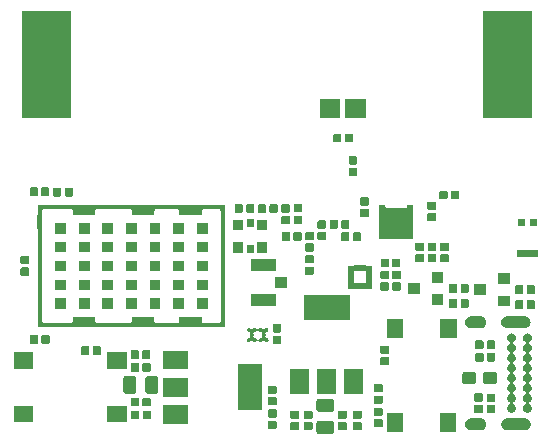
<source format=gbr>
G04 #@! TF.GenerationSoftware,KiCad,Pcbnew,(5.1.5)-3*
G04 #@! TF.CreationDate,2020-04-03T19:02:15-07:00*
G04 #@! TF.ProjectId,ShadowRunner,53686164-6f77-4527-956e-6e65722e6b69,rev?*
G04 #@! TF.SameCoordinates,Original*
G04 #@! TF.FileFunction,Soldermask,Top*
G04 #@! TF.FilePolarity,Negative*
%FSLAX46Y46*%
G04 Gerber Fmt 4.6, Leading zero omitted, Abs format (unit mm)*
G04 Created by KiCad (PCBNEW (5.1.5)-3) date 2020-04-03 19:02:15*
%MOMM*%
%LPD*%
G04 APERTURE LIST*
%ADD10C,0.100000*%
G04 APERTURE END LIST*
D10*
G36*
X138869468Y-131588565D02*
G01*
X138908138Y-131600296D01*
X138943777Y-131619346D01*
X138975017Y-131644983D01*
X139000654Y-131676223D01*
X139019704Y-131711862D01*
X139031435Y-131750532D01*
X139036000Y-131796888D01*
X139036000Y-132448112D01*
X139031435Y-132494468D01*
X139019704Y-132533138D01*
X139000654Y-132568777D01*
X138975017Y-132600017D01*
X138943777Y-132625654D01*
X138908138Y-132644704D01*
X138869468Y-132656435D01*
X138823112Y-132661000D01*
X137746888Y-132661000D01*
X137700532Y-132656435D01*
X137661862Y-132644704D01*
X137626223Y-132625654D01*
X137594983Y-132600017D01*
X137569346Y-132568777D01*
X137550296Y-132533138D01*
X137538565Y-132494468D01*
X137534000Y-132448112D01*
X137534000Y-131796888D01*
X137538565Y-131750532D01*
X137550296Y-131711862D01*
X137569346Y-131676223D01*
X137594983Y-131644983D01*
X137626223Y-131619346D01*
X137661862Y-131600296D01*
X137700532Y-131588565D01*
X137746888Y-131584000D01*
X138823112Y-131584000D01*
X138869468Y-131588565D01*
G37*
G36*
X149396000Y-132515500D02*
G01*
X147994000Y-132515500D01*
X147994000Y-130889500D01*
X149396000Y-130889500D01*
X149396000Y-132515500D01*
G37*
G36*
X144891000Y-132515500D02*
G01*
X143489000Y-132515500D01*
X143489000Y-130889500D01*
X144891000Y-130889500D01*
X144891000Y-132515500D01*
G37*
G36*
X135966938Y-131666716D02*
G01*
X135987557Y-131672971D01*
X136006553Y-131683124D01*
X136023208Y-131696792D01*
X136036876Y-131713447D01*
X136047029Y-131732443D01*
X136053284Y-131753062D01*
X136056000Y-131780640D01*
X136056000Y-132239360D01*
X136053284Y-132266938D01*
X136047029Y-132287557D01*
X136036876Y-132306553D01*
X136023208Y-132323208D01*
X136006553Y-132336876D01*
X135987557Y-132347029D01*
X135966938Y-132353284D01*
X135939360Y-132356000D01*
X135430640Y-132356000D01*
X135403062Y-132353284D01*
X135382443Y-132347029D01*
X135363447Y-132336876D01*
X135346792Y-132323208D01*
X135333124Y-132306553D01*
X135322971Y-132287557D01*
X135316716Y-132266938D01*
X135314000Y-132239360D01*
X135314000Y-131780640D01*
X135316716Y-131753062D01*
X135322971Y-131732443D01*
X135333124Y-131713447D01*
X135346792Y-131696792D01*
X135363447Y-131683124D01*
X135382443Y-131672971D01*
X135403062Y-131666716D01*
X135430640Y-131664000D01*
X135939360Y-131664000D01*
X135966938Y-131666716D01*
G37*
G36*
X137116938Y-131666716D02*
G01*
X137137557Y-131672971D01*
X137156553Y-131683124D01*
X137173208Y-131696792D01*
X137186876Y-131713447D01*
X137197029Y-131732443D01*
X137203284Y-131753062D01*
X137206000Y-131780640D01*
X137206000Y-132239360D01*
X137203284Y-132266938D01*
X137197029Y-132287557D01*
X137186876Y-132306553D01*
X137173208Y-132323208D01*
X137156553Y-132336876D01*
X137137557Y-132347029D01*
X137116938Y-132353284D01*
X137089360Y-132356000D01*
X136580640Y-132356000D01*
X136553062Y-132353284D01*
X136532443Y-132347029D01*
X136513447Y-132336876D01*
X136496792Y-132323208D01*
X136483124Y-132306553D01*
X136472971Y-132287557D01*
X136466716Y-132266938D01*
X136464000Y-132239360D01*
X136464000Y-131780640D01*
X136466716Y-131753062D01*
X136472971Y-131732443D01*
X136483124Y-131713447D01*
X136496792Y-131696792D01*
X136513447Y-131683124D01*
X136532443Y-131672971D01*
X136553062Y-131666716D01*
X136580640Y-131664000D01*
X137089360Y-131664000D01*
X137116938Y-131666716D01*
G37*
G36*
X141286938Y-131666716D02*
G01*
X141307557Y-131672971D01*
X141326553Y-131683124D01*
X141343208Y-131696792D01*
X141356876Y-131713447D01*
X141367029Y-131732443D01*
X141373284Y-131753062D01*
X141376000Y-131780640D01*
X141376000Y-132239360D01*
X141373284Y-132266938D01*
X141367029Y-132287557D01*
X141356876Y-132306553D01*
X141343208Y-132323208D01*
X141326553Y-132336876D01*
X141307557Y-132347029D01*
X141286938Y-132353284D01*
X141259360Y-132356000D01*
X140750640Y-132356000D01*
X140723062Y-132353284D01*
X140702443Y-132347029D01*
X140683447Y-132336876D01*
X140666792Y-132323208D01*
X140653124Y-132306553D01*
X140642971Y-132287557D01*
X140636716Y-132266938D01*
X140634000Y-132239360D01*
X140634000Y-131780640D01*
X140636716Y-131753062D01*
X140642971Y-131732443D01*
X140653124Y-131713447D01*
X140666792Y-131696792D01*
X140683447Y-131683124D01*
X140702443Y-131672971D01*
X140723062Y-131666716D01*
X140750640Y-131664000D01*
X141259360Y-131664000D01*
X141286938Y-131666716D01*
G37*
G36*
X140016938Y-131666716D02*
G01*
X140037557Y-131672971D01*
X140056553Y-131683124D01*
X140073208Y-131696792D01*
X140086876Y-131713447D01*
X140097029Y-131732443D01*
X140103284Y-131753062D01*
X140106000Y-131780640D01*
X140106000Y-132239360D01*
X140103284Y-132266938D01*
X140097029Y-132287557D01*
X140086876Y-132306553D01*
X140073208Y-132323208D01*
X140056553Y-132336876D01*
X140037557Y-132347029D01*
X140016938Y-132353284D01*
X139989360Y-132356000D01*
X139480640Y-132356000D01*
X139453062Y-132353284D01*
X139432443Y-132347029D01*
X139413447Y-132336876D01*
X139396792Y-132323208D01*
X139383124Y-132306553D01*
X139372971Y-132287557D01*
X139366716Y-132266938D01*
X139364000Y-132239360D01*
X139364000Y-131780640D01*
X139366716Y-131753062D01*
X139372971Y-131732443D01*
X139383124Y-131713447D01*
X139396792Y-131696792D01*
X139413447Y-131683124D01*
X139432443Y-131672971D01*
X139453062Y-131666716D01*
X139480640Y-131664000D01*
X139989360Y-131664000D01*
X140016938Y-131666716D01*
G37*
G36*
X151520713Y-131356249D02*
G01*
X151615152Y-131384897D01*
X151702187Y-131431418D01*
X151778475Y-131494025D01*
X151841082Y-131570313D01*
X151887603Y-131657348D01*
X151916251Y-131751787D01*
X151925924Y-131850000D01*
X151916251Y-131948213D01*
X151887603Y-132042652D01*
X151841082Y-132129687D01*
X151778475Y-132205975D01*
X151702187Y-132268582D01*
X151615152Y-132315103D01*
X151520713Y-132343751D01*
X151447112Y-132351000D01*
X150597888Y-132351000D01*
X150524287Y-132343751D01*
X150429848Y-132315103D01*
X150342813Y-132268582D01*
X150266525Y-132205975D01*
X150203918Y-132129687D01*
X150157397Y-132042652D01*
X150128749Y-131948213D01*
X150119076Y-131850000D01*
X150128749Y-131751787D01*
X150157397Y-131657348D01*
X150203918Y-131570313D01*
X150266525Y-131494025D01*
X150342813Y-131431418D01*
X150429848Y-131384897D01*
X150524287Y-131356249D01*
X150597888Y-131349000D01*
X151447112Y-131349000D01*
X151520713Y-131356249D01*
G37*
G36*
X155275713Y-131356249D02*
G01*
X155370152Y-131384897D01*
X155457187Y-131431418D01*
X155533475Y-131494025D01*
X155596082Y-131570313D01*
X155642603Y-131657348D01*
X155671251Y-131751787D01*
X155680924Y-131850000D01*
X155671251Y-131948213D01*
X155642603Y-132042652D01*
X155596082Y-132129687D01*
X155533475Y-132205975D01*
X155457187Y-132268582D01*
X155370152Y-132315103D01*
X155275713Y-132343751D01*
X155202112Y-132351000D01*
X153652888Y-132351000D01*
X153579287Y-132343751D01*
X153484848Y-132315103D01*
X153397813Y-132268582D01*
X153321525Y-132205975D01*
X153258918Y-132129687D01*
X153212397Y-132042652D01*
X153183749Y-131948213D01*
X153174076Y-131850000D01*
X153183749Y-131751787D01*
X153212397Y-131657348D01*
X153258918Y-131570313D01*
X153321525Y-131494025D01*
X153397813Y-131431418D01*
X153484848Y-131384897D01*
X153579287Y-131356249D01*
X153652888Y-131349000D01*
X155202112Y-131349000D01*
X155275713Y-131356249D01*
G37*
G36*
X134081938Y-131566716D02*
G01*
X134102557Y-131572971D01*
X134121553Y-131583124D01*
X134138208Y-131596792D01*
X134151876Y-131613447D01*
X134162029Y-131632443D01*
X134168284Y-131653062D01*
X134171000Y-131680640D01*
X134171000Y-132139360D01*
X134168284Y-132166938D01*
X134162029Y-132187557D01*
X134151876Y-132206553D01*
X134138208Y-132223208D01*
X134121553Y-132236876D01*
X134102557Y-132247029D01*
X134081938Y-132253284D01*
X134054360Y-132256000D01*
X133545640Y-132256000D01*
X133518062Y-132253284D01*
X133497443Y-132247029D01*
X133478447Y-132236876D01*
X133461792Y-132223208D01*
X133448124Y-132206553D01*
X133437971Y-132187557D01*
X133431716Y-132166938D01*
X133429000Y-132139360D01*
X133429000Y-131680640D01*
X133431716Y-131653062D01*
X133437971Y-131632443D01*
X133448124Y-131613447D01*
X133461792Y-131596792D01*
X133478447Y-131583124D01*
X133497443Y-131572971D01*
X133518062Y-131566716D01*
X133545640Y-131564000D01*
X134054360Y-131564000D01*
X134081938Y-131566716D01*
G37*
G36*
X143056938Y-131431716D02*
G01*
X143077557Y-131437971D01*
X143096553Y-131448124D01*
X143113208Y-131461792D01*
X143126876Y-131478447D01*
X143137029Y-131497443D01*
X143143284Y-131518062D01*
X143146000Y-131545640D01*
X143146000Y-132004360D01*
X143143284Y-132031938D01*
X143137029Y-132052557D01*
X143126876Y-132071553D01*
X143113208Y-132088208D01*
X143096553Y-132101876D01*
X143077557Y-132112029D01*
X143056938Y-132118284D01*
X143029360Y-132121000D01*
X142520640Y-132121000D01*
X142493062Y-132118284D01*
X142472443Y-132112029D01*
X142453447Y-132101876D01*
X142436792Y-132088208D01*
X142423124Y-132071553D01*
X142412971Y-132052557D01*
X142406716Y-132031938D01*
X142404000Y-132004360D01*
X142404000Y-131545640D01*
X142406716Y-131518062D01*
X142412971Y-131497443D01*
X142423124Y-131478447D01*
X142436792Y-131461792D01*
X142453447Y-131448124D01*
X142472443Y-131437971D01*
X142493062Y-131431716D01*
X142520640Y-131429000D01*
X143029360Y-131429000D01*
X143056938Y-131431716D01*
G37*
G36*
X126666000Y-131816000D02*
G01*
X124564000Y-131816000D01*
X124564000Y-130214000D01*
X126666000Y-130214000D01*
X126666000Y-131816000D01*
G37*
G36*
X121468000Y-131673500D02*
G01*
X119842000Y-131673500D01*
X119842000Y-130271500D01*
X121468000Y-130271500D01*
X121468000Y-131673500D01*
G37*
G36*
X113535500Y-131671000D02*
G01*
X111909500Y-131671000D01*
X111909500Y-130269000D01*
X113535500Y-130269000D01*
X113535500Y-131671000D01*
G37*
G36*
X122446938Y-130696716D02*
G01*
X122467557Y-130702971D01*
X122486553Y-130713124D01*
X122503208Y-130726792D01*
X122516876Y-130743447D01*
X122527029Y-130762443D01*
X122533284Y-130783062D01*
X122536000Y-130810640D01*
X122536000Y-131319360D01*
X122533284Y-131346938D01*
X122527029Y-131367557D01*
X122516876Y-131386553D01*
X122503208Y-131403208D01*
X122486553Y-131416876D01*
X122467557Y-131427029D01*
X122446938Y-131433284D01*
X122419360Y-131436000D01*
X121960640Y-131436000D01*
X121933062Y-131433284D01*
X121912443Y-131427029D01*
X121893447Y-131416876D01*
X121876792Y-131403208D01*
X121863124Y-131386553D01*
X121852971Y-131367557D01*
X121846716Y-131346938D01*
X121844000Y-131319360D01*
X121844000Y-130810640D01*
X121846716Y-130783062D01*
X121852971Y-130762443D01*
X121863124Y-130743447D01*
X121876792Y-130726792D01*
X121893447Y-130713124D01*
X121912443Y-130702971D01*
X121933062Y-130696716D01*
X121960640Y-130694000D01*
X122419360Y-130694000D01*
X122446938Y-130696716D01*
G37*
G36*
X123416938Y-130696716D02*
G01*
X123437557Y-130702971D01*
X123456553Y-130713124D01*
X123473208Y-130726792D01*
X123486876Y-130743447D01*
X123497029Y-130762443D01*
X123503284Y-130783062D01*
X123506000Y-130810640D01*
X123506000Y-131319360D01*
X123503284Y-131346938D01*
X123497029Y-131367557D01*
X123486876Y-131386553D01*
X123473208Y-131403208D01*
X123456553Y-131416876D01*
X123437557Y-131427029D01*
X123416938Y-131433284D01*
X123389360Y-131436000D01*
X122930640Y-131436000D01*
X122903062Y-131433284D01*
X122882443Y-131427029D01*
X122863447Y-131416876D01*
X122846792Y-131403208D01*
X122833124Y-131386553D01*
X122822971Y-131367557D01*
X122816716Y-131346938D01*
X122814000Y-131319360D01*
X122814000Y-130810640D01*
X122816716Y-130783062D01*
X122822971Y-130762443D01*
X122833124Y-130743447D01*
X122846792Y-130726792D01*
X122863447Y-130713124D01*
X122882443Y-130702971D01*
X122903062Y-130696716D01*
X122930640Y-130694000D01*
X123389360Y-130694000D01*
X123416938Y-130696716D01*
G37*
G36*
X141286938Y-130696716D02*
G01*
X141307557Y-130702971D01*
X141326553Y-130713124D01*
X141343208Y-130726792D01*
X141356876Y-130743447D01*
X141367029Y-130762443D01*
X141373284Y-130783062D01*
X141376000Y-130810640D01*
X141376000Y-131269360D01*
X141373284Y-131296938D01*
X141367029Y-131317557D01*
X141356876Y-131336553D01*
X141343208Y-131353208D01*
X141326553Y-131366876D01*
X141307557Y-131377029D01*
X141286938Y-131383284D01*
X141259360Y-131386000D01*
X140750640Y-131386000D01*
X140723062Y-131383284D01*
X140702443Y-131377029D01*
X140683447Y-131366876D01*
X140666792Y-131353208D01*
X140653124Y-131336553D01*
X140642971Y-131317557D01*
X140636716Y-131296938D01*
X140634000Y-131269360D01*
X140634000Y-130810640D01*
X140636716Y-130783062D01*
X140642971Y-130762443D01*
X140653124Y-130743447D01*
X140666792Y-130726792D01*
X140683447Y-130713124D01*
X140702443Y-130702971D01*
X140723062Y-130696716D01*
X140750640Y-130694000D01*
X141259360Y-130694000D01*
X141286938Y-130696716D01*
G37*
G36*
X140016938Y-130696716D02*
G01*
X140037557Y-130702971D01*
X140056553Y-130713124D01*
X140073208Y-130726792D01*
X140086876Y-130743447D01*
X140097029Y-130762443D01*
X140103284Y-130783062D01*
X140106000Y-130810640D01*
X140106000Y-131269360D01*
X140103284Y-131296938D01*
X140097029Y-131317557D01*
X140086876Y-131336553D01*
X140073208Y-131353208D01*
X140056553Y-131366876D01*
X140037557Y-131377029D01*
X140016938Y-131383284D01*
X139989360Y-131386000D01*
X139480640Y-131386000D01*
X139453062Y-131383284D01*
X139432443Y-131377029D01*
X139413447Y-131366876D01*
X139396792Y-131353208D01*
X139383124Y-131336553D01*
X139372971Y-131317557D01*
X139366716Y-131296938D01*
X139364000Y-131269360D01*
X139364000Y-130810640D01*
X139366716Y-130783062D01*
X139372971Y-130762443D01*
X139383124Y-130743447D01*
X139396792Y-130726792D01*
X139413447Y-130713124D01*
X139432443Y-130702971D01*
X139453062Y-130696716D01*
X139480640Y-130694000D01*
X139989360Y-130694000D01*
X140016938Y-130696716D01*
G37*
G36*
X135966938Y-130696716D02*
G01*
X135987557Y-130702971D01*
X136006553Y-130713124D01*
X136023208Y-130726792D01*
X136036876Y-130743447D01*
X136047029Y-130762443D01*
X136053284Y-130783062D01*
X136056000Y-130810640D01*
X136056000Y-131269360D01*
X136053284Y-131296938D01*
X136047029Y-131317557D01*
X136036876Y-131336553D01*
X136023208Y-131353208D01*
X136006553Y-131366876D01*
X135987557Y-131377029D01*
X135966938Y-131383284D01*
X135939360Y-131386000D01*
X135430640Y-131386000D01*
X135403062Y-131383284D01*
X135382443Y-131377029D01*
X135363447Y-131366876D01*
X135346792Y-131353208D01*
X135333124Y-131336553D01*
X135322971Y-131317557D01*
X135316716Y-131296938D01*
X135314000Y-131269360D01*
X135314000Y-130810640D01*
X135316716Y-130783062D01*
X135322971Y-130762443D01*
X135333124Y-130743447D01*
X135346792Y-130726792D01*
X135363447Y-130713124D01*
X135382443Y-130702971D01*
X135403062Y-130696716D01*
X135430640Y-130694000D01*
X135939360Y-130694000D01*
X135966938Y-130696716D01*
G37*
G36*
X137116938Y-130696716D02*
G01*
X137137557Y-130702971D01*
X137156553Y-130713124D01*
X137173208Y-130726792D01*
X137186876Y-130743447D01*
X137197029Y-130762443D01*
X137203284Y-130783062D01*
X137206000Y-130810640D01*
X137206000Y-131269360D01*
X137203284Y-131296938D01*
X137197029Y-131317557D01*
X137186876Y-131336553D01*
X137173208Y-131353208D01*
X137156553Y-131366876D01*
X137137557Y-131377029D01*
X137116938Y-131383284D01*
X137089360Y-131386000D01*
X136580640Y-131386000D01*
X136553062Y-131383284D01*
X136532443Y-131377029D01*
X136513447Y-131366876D01*
X136496792Y-131353208D01*
X136483124Y-131336553D01*
X136472971Y-131317557D01*
X136466716Y-131296938D01*
X136464000Y-131269360D01*
X136464000Y-130810640D01*
X136466716Y-130783062D01*
X136472971Y-130762443D01*
X136483124Y-130743447D01*
X136496792Y-130726792D01*
X136513447Y-130713124D01*
X136532443Y-130702971D01*
X136553062Y-130696716D01*
X136580640Y-130694000D01*
X137089360Y-130694000D01*
X137116938Y-130696716D01*
G37*
G36*
X134081938Y-130596716D02*
G01*
X134102557Y-130602971D01*
X134121553Y-130613124D01*
X134138208Y-130626792D01*
X134151876Y-130643447D01*
X134162029Y-130662443D01*
X134168284Y-130683062D01*
X134171000Y-130710640D01*
X134171000Y-131169360D01*
X134168284Y-131196938D01*
X134162029Y-131217557D01*
X134151876Y-131236553D01*
X134138208Y-131253208D01*
X134121553Y-131266876D01*
X134102557Y-131277029D01*
X134081938Y-131283284D01*
X134054360Y-131286000D01*
X133545640Y-131286000D01*
X133518062Y-131283284D01*
X133497443Y-131277029D01*
X133478447Y-131266876D01*
X133461792Y-131253208D01*
X133448124Y-131236553D01*
X133437971Y-131217557D01*
X133431716Y-131196938D01*
X133429000Y-131169360D01*
X133429000Y-130710640D01*
X133431716Y-130683062D01*
X133437971Y-130662443D01*
X133448124Y-130643447D01*
X133461792Y-130626792D01*
X133478447Y-130613124D01*
X133497443Y-130602971D01*
X133518062Y-130596716D01*
X133545640Y-130594000D01*
X134054360Y-130594000D01*
X134081938Y-130596716D01*
G37*
G36*
X143056938Y-130461716D02*
G01*
X143077557Y-130467971D01*
X143096553Y-130478124D01*
X143113208Y-130491792D01*
X143126876Y-130508447D01*
X143137029Y-130527443D01*
X143143284Y-130548062D01*
X143146000Y-130575640D01*
X143146000Y-131034360D01*
X143143284Y-131061938D01*
X143137029Y-131082557D01*
X143126876Y-131101553D01*
X143113208Y-131118208D01*
X143096553Y-131131876D01*
X143077557Y-131142029D01*
X143056938Y-131148284D01*
X143029360Y-131151000D01*
X142520640Y-131151000D01*
X142493062Y-131148284D01*
X142472443Y-131142029D01*
X142453447Y-131131876D01*
X142436792Y-131118208D01*
X142423124Y-131101553D01*
X142412971Y-131082557D01*
X142406716Y-131061938D01*
X142404000Y-131034360D01*
X142404000Y-130575640D01*
X142406716Y-130548062D01*
X142412971Y-130527443D01*
X142423124Y-130508447D01*
X142436792Y-130491792D01*
X142453447Y-130478124D01*
X142472443Y-130467971D01*
X142493062Y-130461716D01*
X142520640Y-130459000D01*
X143029360Y-130459000D01*
X143056938Y-130461716D01*
G37*
G36*
X152606938Y-130241716D02*
G01*
X152627557Y-130247971D01*
X152646553Y-130258124D01*
X152663208Y-130271792D01*
X152676876Y-130288447D01*
X152687029Y-130307443D01*
X152693284Y-130328062D01*
X152696000Y-130355640D01*
X152696000Y-130814360D01*
X152693284Y-130841938D01*
X152687029Y-130862557D01*
X152676876Y-130881553D01*
X152663208Y-130898208D01*
X152646553Y-130911876D01*
X152627557Y-130922029D01*
X152606938Y-130928284D01*
X152579360Y-130931000D01*
X152070640Y-130931000D01*
X152043062Y-130928284D01*
X152022443Y-130922029D01*
X152003447Y-130911876D01*
X151986792Y-130898208D01*
X151973124Y-130881553D01*
X151962971Y-130862557D01*
X151956716Y-130841938D01*
X151954000Y-130814360D01*
X151954000Y-130355640D01*
X151956716Y-130328062D01*
X151962971Y-130307443D01*
X151973124Y-130288447D01*
X151986792Y-130271792D01*
X152003447Y-130258124D01*
X152022443Y-130247971D01*
X152043062Y-130241716D01*
X152070640Y-130239000D01*
X152579360Y-130239000D01*
X152606938Y-130241716D01*
G37*
G36*
X151531938Y-130216716D02*
G01*
X151552557Y-130222971D01*
X151571553Y-130233124D01*
X151588208Y-130246792D01*
X151601876Y-130263447D01*
X151612029Y-130282443D01*
X151618284Y-130303062D01*
X151621000Y-130330640D01*
X151621000Y-130789360D01*
X151618284Y-130816938D01*
X151612029Y-130837557D01*
X151601876Y-130856553D01*
X151588208Y-130873208D01*
X151571553Y-130886876D01*
X151552557Y-130897029D01*
X151531938Y-130903284D01*
X151504360Y-130906000D01*
X150995640Y-130906000D01*
X150968062Y-130903284D01*
X150947443Y-130897029D01*
X150928447Y-130886876D01*
X150911792Y-130873208D01*
X150898124Y-130856553D01*
X150887971Y-130837557D01*
X150881716Y-130816938D01*
X150879000Y-130789360D01*
X150879000Y-130330640D01*
X150881716Y-130303062D01*
X150887971Y-130282443D01*
X150898124Y-130263447D01*
X150911792Y-130246792D01*
X150928447Y-130233124D01*
X150947443Y-130222971D01*
X150968062Y-130216716D01*
X150995640Y-130214000D01*
X151504360Y-130214000D01*
X151531938Y-130216716D01*
G37*
G36*
X155512172Y-124175949D02*
G01*
X155512174Y-124175950D01*
X155512175Y-124175950D01*
X155580603Y-124204293D01*
X155642186Y-124245442D01*
X155694558Y-124297814D01*
X155735707Y-124359397D01*
X155761074Y-124420640D01*
X155764051Y-124427828D01*
X155778500Y-124500466D01*
X155778500Y-124574534D01*
X155768761Y-124623496D01*
X155764050Y-124647175D01*
X155735707Y-124715603D01*
X155694558Y-124777186D01*
X155642186Y-124829558D01*
X155598763Y-124858573D01*
X155579828Y-124874112D01*
X155564283Y-124893054D01*
X155552732Y-124914665D01*
X155545619Y-124938114D01*
X155543217Y-124962500D01*
X155545619Y-124986886D01*
X155552732Y-125010335D01*
X155564283Y-125031946D01*
X155579828Y-125050888D01*
X155598763Y-125066427D01*
X155642186Y-125095442D01*
X155694558Y-125147814D01*
X155735707Y-125209397D01*
X155757897Y-125262971D01*
X155764051Y-125277828D01*
X155778500Y-125350466D01*
X155778500Y-125424534D01*
X155766069Y-125487029D01*
X155764050Y-125497175D01*
X155735707Y-125565603D01*
X155694558Y-125627186D01*
X155642186Y-125679558D01*
X155598763Y-125708573D01*
X155579828Y-125724112D01*
X155564283Y-125743054D01*
X155552732Y-125764665D01*
X155545619Y-125788114D01*
X155543217Y-125812500D01*
X155545619Y-125836886D01*
X155552732Y-125860335D01*
X155564283Y-125881946D01*
X155579828Y-125900888D01*
X155598763Y-125916427D01*
X155642186Y-125945442D01*
X155694558Y-125997814D01*
X155735707Y-126059397D01*
X155764050Y-126127825D01*
X155764051Y-126127828D01*
X155778500Y-126200466D01*
X155778500Y-126274534D01*
X155768803Y-126323284D01*
X155764050Y-126347175D01*
X155735707Y-126415603D01*
X155694558Y-126477186D01*
X155642186Y-126529558D01*
X155598763Y-126558573D01*
X155579828Y-126574112D01*
X155564283Y-126593054D01*
X155552732Y-126614665D01*
X155545619Y-126638114D01*
X155543217Y-126662500D01*
X155545619Y-126686886D01*
X155552732Y-126710335D01*
X155564283Y-126731946D01*
X155579828Y-126750888D01*
X155598763Y-126766427D01*
X155642186Y-126795442D01*
X155694558Y-126847814D01*
X155735707Y-126909397D01*
X155764050Y-126977825D01*
X155764051Y-126977828D01*
X155778500Y-127050466D01*
X155778500Y-127124534D01*
X155770252Y-127166000D01*
X155764050Y-127197175D01*
X155735707Y-127265603D01*
X155694558Y-127327186D01*
X155642186Y-127379558D01*
X155598763Y-127408573D01*
X155579828Y-127424112D01*
X155564283Y-127443054D01*
X155552732Y-127464665D01*
X155545619Y-127488114D01*
X155543217Y-127512500D01*
X155545619Y-127536886D01*
X155552732Y-127560335D01*
X155564283Y-127581946D01*
X155579828Y-127600888D01*
X155598763Y-127616427D01*
X155642186Y-127645442D01*
X155694558Y-127697814D01*
X155735707Y-127759397D01*
X155764050Y-127827825D01*
X155764051Y-127827828D01*
X155778500Y-127900466D01*
X155778500Y-127974534D01*
X155768810Y-128023250D01*
X155764050Y-128047175D01*
X155735707Y-128115603D01*
X155694558Y-128177186D01*
X155642186Y-128229558D01*
X155598763Y-128258573D01*
X155579828Y-128274112D01*
X155564283Y-128293054D01*
X155552732Y-128314665D01*
X155545619Y-128338114D01*
X155543217Y-128362500D01*
X155545619Y-128386886D01*
X155552732Y-128410335D01*
X155564283Y-128431946D01*
X155579828Y-128450888D01*
X155598763Y-128466427D01*
X155642186Y-128495442D01*
X155694558Y-128547814D01*
X155735707Y-128609397D01*
X155761176Y-128670886D01*
X155764051Y-128677828D01*
X155770578Y-128710640D01*
X155778500Y-128750467D01*
X155778500Y-128824533D01*
X155764050Y-128897175D01*
X155735707Y-128965603D01*
X155694558Y-129027186D01*
X155642186Y-129079558D01*
X155598763Y-129108573D01*
X155579828Y-129124112D01*
X155564283Y-129143054D01*
X155552732Y-129164665D01*
X155545619Y-129188114D01*
X155543217Y-129212500D01*
X155545619Y-129236886D01*
X155552732Y-129260335D01*
X155564283Y-129281946D01*
X155579828Y-129300888D01*
X155598763Y-129316427D01*
X155642186Y-129345442D01*
X155694558Y-129397814D01*
X155735707Y-129459397D01*
X155759152Y-129516000D01*
X155764051Y-129527828D01*
X155778500Y-129600466D01*
X155778500Y-129674534D01*
X155766821Y-129733249D01*
X155764050Y-129747175D01*
X155735707Y-129815603D01*
X155694558Y-129877186D01*
X155642186Y-129929558D01*
X155598763Y-129958573D01*
X155579828Y-129974112D01*
X155564283Y-129993054D01*
X155552732Y-130014665D01*
X155545619Y-130038114D01*
X155543217Y-130062500D01*
X155545619Y-130086886D01*
X155552732Y-130110335D01*
X155564283Y-130131946D01*
X155579828Y-130150888D01*
X155598763Y-130166427D01*
X155642186Y-130195442D01*
X155694558Y-130247814D01*
X155735707Y-130309397D01*
X155764050Y-130377825D01*
X155764051Y-130377828D01*
X155778500Y-130450466D01*
X155778500Y-130524534D01*
X155764142Y-130596716D01*
X155764050Y-130597175D01*
X155735707Y-130665603D01*
X155694558Y-130727186D01*
X155642186Y-130779558D01*
X155580603Y-130820707D01*
X155512175Y-130849050D01*
X155512174Y-130849050D01*
X155512172Y-130849051D01*
X155439534Y-130863500D01*
X155365466Y-130863500D01*
X155292828Y-130849051D01*
X155292826Y-130849050D01*
X155292825Y-130849050D01*
X155224397Y-130820707D01*
X155162814Y-130779558D01*
X155110442Y-130727186D01*
X155069293Y-130665603D01*
X155040950Y-130597175D01*
X155040859Y-130596716D01*
X155026500Y-130524534D01*
X155026500Y-130450466D01*
X155040949Y-130377828D01*
X155040950Y-130377825D01*
X155069293Y-130309397D01*
X155110442Y-130247814D01*
X155162814Y-130195442D01*
X155206237Y-130166427D01*
X155225172Y-130150888D01*
X155240717Y-130131946D01*
X155252268Y-130110335D01*
X155259381Y-130086886D01*
X155261783Y-130062500D01*
X155259381Y-130038114D01*
X155252268Y-130014665D01*
X155240717Y-129993054D01*
X155225172Y-129974112D01*
X155206237Y-129958573D01*
X155162814Y-129929558D01*
X155110442Y-129877186D01*
X155069293Y-129815603D01*
X155040950Y-129747175D01*
X155038180Y-129733249D01*
X155026500Y-129674534D01*
X155026500Y-129600466D01*
X155040949Y-129527828D01*
X155045848Y-129516000D01*
X155069293Y-129459397D01*
X155110442Y-129397814D01*
X155162814Y-129345442D01*
X155206237Y-129316427D01*
X155225172Y-129300888D01*
X155240717Y-129281946D01*
X155252268Y-129260335D01*
X155259381Y-129236886D01*
X155261783Y-129212500D01*
X155259381Y-129188114D01*
X155252268Y-129164665D01*
X155240717Y-129143054D01*
X155225172Y-129124112D01*
X155206237Y-129108573D01*
X155162814Y-129079558D01*
X155110442Y-129027186D01*
X155069293Y-128965603D01*
X155040950Y-128897175D01*
X155026500Y-128824533D01*
X155026500Y-128750467D01*
X155034422Y-128710640D01*
X155040949Y-128677828D01*
X155043824Y-128670886D01*
X155069293Y-128609397D01*
X155110442Y-128547814D01*
X155162814Y-128495442D01*
X155206237Y-128466427D01*
X155225172Y-128450888D01*
X155240717Y-128431946D01*
X155252268Y-128410335D01*
X155259381Y-128386886D01*
X155261783Y-128362500D01*
X155259381Y-128338114D01*
X155252268Y-128314665D01*
X155240717Y-128293054D01*
X155225172Y-128274112D01*
X155206237Y-128258573D01*
X155162814Y-128229558D01*
X155110442Y-128177186D01*
X155069293Y-128115603D01*
X155040950Y-128047175D01*
X155036191Y-128023250D01*
X155026500Y-127974534D01*
X155026500Y-127900466D01*
X155040949Y-127827828D01*
X155040950Y-127827825D01*
X155069293Y-127759397D01*
X155110442Y-127697814D01*
X155162814Y-127645442D01*
X155206237Y-127616427D01*
X155225172Y-127600888D01*
X155240717Y-127581946D01*
X155252268Y-127560335D01*
X155259381Y-127536886D01*
X155261783Y-127512500D01*
X155259381Y-127488114D01*
X155252268Y-127464665D01*
X155240717Y-127443054D01*
X155225172Y-127424112D01*
X155206237Y-127408573D01*
X155162814Y-127379558D01*
X155110442Y-127327186D01*
X155069293Y-127265603D01*
X155040950Y-127197175D01*
X155034749Y-127166000D01*
X155026500Y-127124534D01*
X155026500Y-127050466D01*
X155040949Y-126977828D01*
X155040950Y-126977825D01*
X155069293Y-126909397D01*
X155110442Y-126847814D01*
X155162814Y-126795442D01*
X155206237Y-126766427D01*
X155225172Y-126750888D01*
X155240717Y-126731946D01*
X155252268Y-126710335D01*
X155259381Y-126686886D01*
X155261783Y-126662500D01*
X155259381Y-126638114D01*
X155252268Y-126614665D01*
X155240717Y-126593054D01*
X155225172Y-126574112D01*
X155206237Y-126558573D01*
X155162814Y-126529558D01*
X155110442Y-126477186D01*
X155069293Y-126415603D01*
X155040950Y-126347175D01*
X155036198Y-126323284D01*
X155026500Y-126274534D01*
X155026500Y-126200466D01*
X155040949Y-126127828D01*
X155040950Y-126127825D01*
X155069293Y-126059397D01*
X155110442Y-125997814D01*
X155162814Y-125945442D01*
X155206237Y-125916427D01*
X155225172Y-125900888D01*
X155240717Y-125881946D01*
X155252268Y-125860335D01*
X155259381Y-125836886D01*
X155261783Y-125812500D01*
X155259381Y-125788114D01*
X155252268Y-125764665D01*
X155240717Y-125743054D01*
X155225172Y-125724112D01*
X155206237Y-125708573D01*
X155162814Y-125679558D01*
X155110442Y-125627186D01*
X155069293Y-125565603D01*
X155040950Y-125497175D01*
X155038932Y-125487029D01*
X155026500Y-125424534D01*
X155026500Y-125350466D01*
X155040949Y-125277828D01*
X155047103Y-125262971D01*
X155069293Y-125209397D01*
X155110442Y-125147814D01*
X155162814Y-125095442D01*
X155206237Y-125066427D01*
X155225172Y-125050888D01*
X155240717Y-125031946D01*
X155252268Y-125010335D01*
X155259381Y-124986886D01*
X155261783Y-124962500D01*
X155259381Y-124938114D01*
X155252268Y-124914665D01*
X155240717Y-124893054D01*
X155225172Y-124874112D01*
X155206237Y-124858573D01*
X155162814Y-124829558D01*
X155110442Y-124777186D01*
X155069293Y-124715603D01*
X155040950Y-124647175D01*
X155036240Y-124623496D01*
X155026500Y-124574534D01*
X155026500Y-124500466D01*
X155040949Y-124427828D01*
X155043926Y-124420640D01*
X155069293Y-124359397D01*
X155110442Y-124297814D01*
X155162814Y-124245442D01*
X155224397Y-124204293D01*
X155292825Y-124175950D01*
X155292826Y-124175950D01*
X155292828Y-124175949D01*
X155365466Y-124161500D01*
X155439534Y-124161500D01*
X155512172Y-124175949D01*
G37*
G36*
X154162172Y-124175949D02*
G01*
X154162174Y-124175950D01*
X154162175Y-124175950D01*
X154230603Y-124204293D01*
X154292186Y-124245442D01*
X154344558Y-124297814D01*
X154385707Y-124359397D01*
X154411074Y-124420640D01*
X154414051Y-124427828D01*
X154428500Y-124500466D01*
X154428500Y-124574534D01*
X154418761Y-124623496D01*
X154414050Y-124647175D01*
X154385707Y-124715603D01*
X154344558Y-124777186D01*
X154292186Y-124829558D01*
X154248763Y-124858573D01*
X154229828Y-124874112D01*
X154214283Y-124893054D01*
X154202732Y-124914665D01*
X154195619Y-124938114D01*
X154193217Y-124962500D01*
X154195619Y-124986886D01*
X154202732Y-125010335D01*
X154214283Y-125031946D01*
X154229828Y-125050888D01*
X154248763Y-125066427D01*
X154292186Y-125095442D01*
X154344558Y-125147814D01*
X154385707Y-125209397D01*
X154407897Y-125262971D01*
X154414051Y-125277828D01*
X154428500Y-125350466D01*
X154428500Y-125424534D01*
X154416069Y-125487029D01*
X154414050Y-125497175D01*
X154385707Y-125565603D01*
X154344558Y-125627186D01*
X154292186Y-125679558D01*
X154248763Y-125708573D01*
X154229828Y-125724112D01*
X154214283Y-125743054D01*
X154202732Y-125764665D01*
X154195619Y-125788114D01*
X154193217Y-125812500D01*
X154195619Y-125836886D01*
X154202732Y-125860335D01*
X154214283Y-125881946D01*
X154229828Y-125900888D01*
X154248763Y-125916427D01*
X154292186Y-125945442D01*
X154344558Y-125997814D01*
X154385707Y-126059397D01*
X154414050Y-126127825D01*
X154414051Y-126127828D01*
X154428500Y-126200466D01*
X154428500Y-126274534D01*
X154418803Y-126323284D01*
X154414050Y-126347175D01*
X154385707Y-126415603D01*
X154344558Y-126477186D01*
X154292186Y-126529558D01*
X154248763Y-126558573D01*
X154229828Y-126574112D01*
X154214283Y-126593054D01*
X154202732Y-126614665D01*
X154195619Y-126638114D01*
X154193217Y-126662500D01*
X154195619Y-126686886D01*
X154202732Y-126710335D01*
X154214283Y-126731946D01*
X154229828Y-126750888D01*
X154248763Y-126766427D01*
X154292186Y-126795442D01*
X154344558Y-126847814D01*
X154385707Y-126909397D01*
X154414050Y-126977825D01*
X154414051Y-126977828D01*
X154428500Y-127050466D01*
X154428500Y-127124534D01*
X154420252Y-127166000D01*
X154414050Y-127197175D01*
X154385707Y-127265603D01*
X154344558Y-127327186D01*
X154292186Y-127379558D01*
X154248763Y-127408573D01*
X154229828Y-127424112D01*
X154214283Y-127443054D01*
X154202732Y-127464665D01*
X154195619Y-127488114D01*
X154193217Y-127512500D01*
X154195619Y-127536886D01*
X154202732Y-127560335D01*
X154214283Y-127581946D01*
X154229828Y-127600888D01*
X154248763Y-127616427D01*
X154292186Y-127645442D01*
X154344558Y-127697814D01*
X154385707Y-127759397D01*
X154414050Y-127827825D01*
X154414051Y-127827828D01*
X154428500Y-127900466D01*
X154428500Y-127974534D01*
X154418810Y-128023250D01*
X154414050Y-128047175D01*
X154385707Y-128115603D01*
X154344558Y-128177186D01*
X154292186Y-128229558D01*
X154248763Y-128258573D01*
X154229828Y-128274112D01*
X154214283Y-128293054D01*
X154202732Y-128314665D01*
X154195619Y-128338114D01*
X154193217Y-128362500D01*
X154195619Y-128386886D01*
X154202732Y-128410335D01*
X154214283Y-128431946D01*
X154229828Y-128450888D01*
X154248763Y-128466427D01*
X154292186Y-128495442D01*
X154344558Y-128547814D01*
X154385707Y-128609397D01*
X154411176Y-128670886D01*
X154414051Y-128677828D01*
X154420578Y-128710640D01*
X154428500Y-128750467D01*
X154428500Y-128824533D01*
X154414050Y-128897175D01*
X154385707Y-128965603D01*
X154344558Y-129027186D01*
X154292186Y-129079558D01*
X154248763Y-129108573D01*
X154229828Y-129124112D01*
X154214283Y-129143054D01*
X154202732Y-129164665D01*
X154195619Y-129188114D01*
X154193217Y-129212500D01*
X154195619Y-129236886D01*
X154202732Y-129260335D01*
X154214283Y-129281946D01*
X154229828Y-129300888D01*
X154248763Y-129316427D01*
X154292186Y-129345442D01*
X154344558Y-129397814D01*
X154385707Y-129459397D01*
X154409152Y-129516000D01*
X154414051Y-129527828D01*
X154428500Y-129600466D01*
X154428500Y-129674534D01*
X154416821Y-129733249D01*
X154414050Y-129747175D01*
X154385707Y-129815603D01*
X154344558Y-129877186D01*
X154292186Y-129929558D01*
X154248763Y-129958573D01*
X154229828Y-129974112D01*
X154214283Y-129993054D01*
X154202732Y-130014665D01*
X154195619Y-130038114D01*
X154193217Y-130062500D01*
X154195619Y-130086886D01*
X154202732Y-130110335D01*
X154214283Y-130131946D01*
X154229828Y-130150888D01*
X154248763Y-130166427D01*
X154292186Y-130195442D01*
X154344558Y-130247814D01*
X154385707Y-130309397D01*
X154414050Y-130377825D01*
X154414051Y-130377828D01*
X154428500Y-130450466D01*
X154428500Y-130524534D01*
X154414142Y-130596716D01*
X154414050Y-130597175D01*
X154385707Y-130665603D01*
X154344558Y-130727186D01*
X154292186Y-130779558D01*
X154230603Y-130820707D01*
X154162175Y-130849050D01*
X154162174Y-130849050D01*
X154162172Y-130849051D01*
X154089534Y-130863500D01*
X154015466Y-130863500D01*
X153942828Y-130849051D01*
X153942826Y-130849050D01*
X153942825Y-130849050D01*
X153874397Y-130820707D01*
X153812814Y-130779558D01*
X153760442Y-130727186D01*
X153719293Y-130665603D01*
X153690950Y-130597175D01*
X153690859Y-130596716D01*
X153676500Y-130524534D01*
X153676500Y-130450466D01*
X153690949Y-130377828D01*
X153690950Y-130377825D01*
X153719293Y-130309397D01*
X153760442Y-130247814D01*
X153812814Y-130195442D01*
X153856237Y-130166427D01*
X153875172Y-130150888D01*
X153890717Y-130131946D01*
X153902268Y-130110335D01*
X153909381Y-130086886D01*
X153911783Y-130062500D01*
X153909381Y-130038114D01*
X153902268Y-130014665D01*
X153890717Y-129993054D01*
X153875172Y-129974112D01*
X153856237Y-129958573D01*
X153812814Y-129929558D01*
X153760442Y-129877186D01*
X153719293Y-129815603D01*
X153690950Y-129747175D01*
X153688180Y-129733249D01*
X153676500Y-129674534D01*
X153676500Y-129600466D01*
X153690949Y-129527828D01*
X153695848Y-129516000D01*
X153719293Y-129459397D01*
X153760442Y-129397814D01*
X153812814Y-129345442D01*
X153856237Y-129316427D01*
X153875172Y-129300888D01*
X153890717Y-129281946D01*
X153902268Y-129260335D01*
X153909381Y-129236886D01*
X153911783Y-129212500D01*
X153909381Y-129188114D01*
X153902268Y-129164665D01*
X153890717Y-129143054D01*
X153875172Y-129124112D01*
X153856237Y-129108573D01*
X153812814Y-129079558D01*
X153760442Y-129027186D01*
X153719293Y-128965603D01*
X153690950Y-128897175D01*
X153676500Y-128824533D01*
X153676500Y-128750467D01*
X153684422Y-128710640D01*
X153690949Y-128677828D01*
X153693824Y-128670886D01*
X153719293Y-128609397D01*
X153760442Y-128547814D01*
X153812814Y-128495442D01*
X153856237Y-128466427D01*
X153875172Y-128450888D01*
X153890717Y-128431946D01*
X153902268Y-128410335D01*
X153909381Y-128386886D01*
X153911783Y-128362500D01*
X153909381Y-128338114D01*
X153902268Y-128314665D01*
X153890717Y-128293054D01*
X153875172Y-128274112D01*
X153856237Y-128258573D01*
X153812814Y-128229558D01*
X153760442Y-128177186D01*
X153719293Y-128115603D01*
X153690950Y-128047175D01*
X153686191Y-128023250D01*
X153676500Y-127974534D01*
X153676500Y-127900466D01*
X153690949Y-127827828D01*
X153690950Y-127827825D01*
X153719293Y-127759397D01*
X153760442Y-127697814D01*
X153812814Y-127645442D01*
X153856237Y-127616427D01*
X153875172Y-127600888D01*
X153890717Y-127581946D01*
X153902268Y-127560335D01*
X153909381Y-127536886D01*
X153911783Y-127512500D01*
X153909381Y-127488114D01*
X153902268Y-127464665D01*
X153890717Y-127443054D01*
X153875172Y-127424112D01*
X153856237Y-127408573D01*
X153812814Y-127379558D01*
X153760442Y-127327186D01*
X153719293Y-127265603D01*
X153690950Y-127197175D01*
X153684749Y-127166000D01*
X153676500Y-127124534D01*
X153676500Y-127050466D01*
X153690949Y-126977828D01*
X153690950Y-126977825D01*
X153719293Y-126909397D01*
X153760442Y-126847814D01*
X153812814Y-126795442D01*
X153856237Y-126766427D01*
X153875172Y-126750888D01*
X153890717Y-126731946D01*
X153902268Y-126710335D01*
X153909381Y-126686886D01*
X153911783Y-126662500D01*
X153909381Y-126638114D01*
X153902268Y-126614665D01*
X153890717Y-126593054D01*
X153875172Y-126574112D01*
X153856237Y-126558573D01*
X153812814Y-126529558D01*
X153760442Y-126477186D01*
X153719293Y-126415603D01*
X153690950Y-126347175D01*
X153686198Y-126323284D01*
X153676500Y-126274534D01*
X153676500Y-126200466D01*
X153690949Y-126127828D01*
X153690950Y-126127825D01*
X153719293Y-126059397D01*
X153760442Y-125997814D01*
X153812814Y-125945442D01*
X153856237Y-125916427D01*
X153875172Y-125900888D01*
X153890717Y-125881946D01*
X153902268Y-125860335D01*
X153909381Y-125836886D01*
X153911783Y-125812500D01*
X153909381Y-125788114D01*
X153902268Y-125764665D01*
X153890717Y-125743054D01*
X153875172Y-125724112D01*
X153856237Y-125708573D01*
X153812814Y-125679558D01*
X153760442Y-125627186D01*
X153719293Y-125565603D01*
X153690950Y-125497175D01*
X153688932Y-125487029D01*
X153676500Y-125424534D01*
X153676500Y-125350466D01*
X153690949Y-125277828D01*
X153697103Y-125262971D01*
X153719293Y-125209397D01*
X153760442Y-125147814D01*
X153812814Y-125095442D01*
X153856237Y-125066427D01*
X153875172Y-125050888D01*
X153890717Y-125031946D01*
X153902268Y-125010335D01*
X153909381Y-124986886D01*
X153911783Y-124962500D01*
X153909381Y-124938114D01*
X153902268Y-124914665D01*
X153890717Y-124893054D01*
X153875172Y-124874112D01*
X153856237Y-124858573D01*
X153812814Y-124829558D01*
X153760442Y-124777186D01*
X153719293Y-124715603D01*
X153690950Y-124647175D01*
X153686240Y-124623496D01*
X153676500Y-124574534D01*
X153676500Y-124500466D01*
X153690949Y-124427828D01*
X153693926Y-124420640D01*
X153719293Y-124359397D01*
X153760442Y-124297814D01*
X153812814Y-124245442D01*
X153874397Y-124204293D01*
X153942825Y-124175950D01*
X153942826Y-124175950D01*
X153942828Y-124175949D01*
X154015466Y-124161500D01*
X154089534Y-124161500D01*
X154162172Y-124175949D01*
G37*
G36*
X138869468Y-129713565D02*
G01*
X138908138Y-129725296D01*
X138943777Y-129744346D01*
X138975017Y-129769983D01*
X139000654Y-129801223D01*
X139019704Y-129836862D01*
X139031435Y-129875532D01*
X139036000Y-129921888D01*
X139036000Y-130573112D01*
X139031435Y-130619468D01*
X139019704Y-130658138D01*
X139000654Y-130693777D01*
X138975017Y-130725017D01*
X138943777Y-130750654D01*
X138908138Y-130769704D01*
X138869468Y-130781435D01*
X138823112Y-130786000D01*
X137746888Y-130786000D01*
X137700532Y-130781435D01*
X137661862Y-130769704D01*
X137626223Y-130750654D01*
X137594983Y-130725017D01*
X137569346Y-130693777D01*
X137550296Y-130658138D01*
X137538565Y-130619468D01*
X137534000Y-130573112D01*
X137534000Y-129921888D01*
X137538565Y-129875532D01*
X137550296Y-129836862D01*
X137569346Y-129801223D01*
X137594983Y-129769983D01*
X137626223Y-129744346D01*
X137661862Y-129725296D01*
X137700532Y-129713565D01*
X137746888Y-129709000D01*
X138823112Y-129709000D01*
X138869468Y-129713565D01*
G37*
G36*
X132966000Y-130666000D02*
G01*
X130864000Y-130666000D01*
X130864000Y-126764000D01*
X132966000Y-126764000D01*
X132966000Y-130666000D01*
G37*
G36*
X123406938Y-129596716D02*
G01*
X123427557Y-129602971D01*
X123446553Y-129613124D01*
X123463208Y-129626792D01*
X123476876Y-129643447D01*
X123487029Y-129662443D01*
X123493284Y-129683062D01*
X123496000Y-129710640D01*
X123496000Y-130219360D01*
X123493284Y-130246938D01*
X123487029Y-130267557D01*
X123476876Y-130286553D01*
X123463208Y-130303208D01*
X123446553Y-130316876D01*
X123427557Y-130327029D01*
X123406938Y-130333284D01*
X123379360Y-130336000D01*
X122920640Y-130336000D01*
X122893062Y-130333284D01*
X122872443Y-130327029D01*
X122853447Y-130316876D01*
X122836792Y-130303208D01*
X122823124Y-130286553D01*
X122812971Y-130267557D01*
X122806716Y-130246938D01*
X122804000Y-130219360D01*
X122804000Y-129710640D01*
X122806716Y-129683062D01*
X122812971Y-129662443D01*
X122823124Y-129643447D01*
X122836792Y-129626792D01*
X122853447Y-129613124D01*
X122872443Y-129602971D01*
X122893062Y-129596716D01*
X122920640Y-129594000D01*
X123379360Y-129594000D01*
X123406938Y-129596716D01*
G37*
G36*
X122436938Y-129596716D02*
G01*
X122457557Y-129602971D01*
X122476553Y-129613124D01*
X122493208Y-129626792D01*
X122506876Y-129643447D01*
X122517029Y-129662443D01*
X122523284Y-129683062D01*
X122526000Y-129710640D01*
X122526000Y-130219360D01*
X122523284Y-130246938D01*
X122517029Y-130267557D01*
X122506876Y-130286553D01*
X122493208Y-130303208D01*
X122476553Y-130316876D01*
X122457557Y-130327029D01*
X122436938Y-130333284D01*
X122409360Y-130336000D01*
X121950640Y-130336000D01*
X121923062Y-130333284D01*
X121902443Y-130327029D01*
X121883447Y-130316876D01*
X121866792Y-130303208D01*
X121853124Y-130286553D01*
X121842971Y-130267557D01*
X121836716Y-130246938D01*
X121834000Y-130219360D01*
X121834000Y-129710640D01*
X121836716Y-129683062D01*
X121842971Y-129662443D01*
X121853124Y-129643447D01*
X121866792Y-129626792D01*
X121883447Y-129613124D01*
X121902443Y-129602971D01*
X121923062Y-129596716D01*
X121950640Y-129594000D01*
X122409360Y-129594000D01*
X122436938Y-129596716D01*
G37*
G36*
X134081938Y-129566716D02*
G01*
X134102557Y-129572971D01*
X134121553Y-129583124D01*
X134138208Y-129596792D01*
X134151876Y-129613447D01*
X134162029Y-129632443D01*
X134168284Y-129653062D01*
X134171000Y-129680640D01*
X134171000Y-130139360D01*
X134168284Y-130166938D01*
X134162029Y-130187557D01*
X134151876Y-130206553D01*
X134138208Y-130223208D01*
X134121553Y-130236876D01*
X134102557Y-130247029D01*
X134081938Y-130253284D01*
X134054360Y-130256000D01*
X133545640Y-130256000D01*
X133518062Y-130253284D01*
X133497443Y-130247029D01*
X133478447Y-130236876D01*
X133461792Y-130223208D01*
X133448124Y-130206553D01*
X133437971Y-130187557D01*
X133431716Y-130166938D01*
X133429000Y-130139360D01*
X133429000Y-129680640D01*
X133431716Y-129653062D01*
X133437971Y-129632443D01*
X133448124Y-129613447D01*
X133461792Y-129596792D01*
X133478447Y-129583124D01*
X133497443Y-129572971D01*
X133518062Y-129566716D01*
X133545640Y-129564000D01*
X134054360Y-129564000D01*
X134081938Y-129566716D01*
G37*
G36*
X143056938Y-129431716D02*
G01*
X143077557Y-129437971D01*
X143096553Y-129448124D01*
X143113208Y-129461792D01*
X143126876Y-129478447D01*
X143137029Y-129497443D01*
X143143284Y-129518062D01*
X143146000Y-129545640D01*
X143146000Y-130004360D01*
X143143284Y-130031938D01*
X143137029Y-130052557D01*
X143126876Y-130071553D01*
X143113208Y-130088208D01*
X143096553Y-130101876D01*
X143077557Y-130112029D01*
X143056938Y-130118284D01*
X143029360Y-130121000D01*
X142520640Y-130121000D01*
X142493062Y-130118284D01*
X142472443Y-130112029D01*
X142453447Y-130101876D01*
X142436792Y-130088208D01*
X142423124Y-130071553D01*
X142412971Y-130052557D01*
X142406716Y-130031938D01*
X142404000Y-130004360D01*
X142404000Y-129545640D01*
X142406716Y-129518062D01*
X142412971Y-129497443D01*
X142423124Y-129478447D01*
X142436792Y-129461792D01*
X142453447Y-129448124D01*
X142472443Y-129437971D01*
X142493062Y-129431716D01*
X142520640Y-129429000D01*
X143029360Y-129429000D01*
X143056938Y-129431716D01*
G37*
G36*
X152606938Y-129271716D02*
G01*
X152627557Y-129277971D01*
X152646553Y-129288124D01*
X152663208Y-129301792D01*
X152676876Y-129318447D01*
X152687029Y-129337443D01*
X152693284Y-129358062D01*
X152696000Y-129385640D01*
X152696000Y-129844360D01*
X152693284Y-129871938D01*
X152687029Y-129892557D01*
X152676876Y-129911553D01*
X152663208Y-129928208D01*
X152646553Y-129941876D01*
X152627557Y-129952029D01*
X152606938Y-129958284D01*
X152579360Y-129961000D01*
X152070640Y-129961000D01*
X152043062Y-129958284D01*
X152022443Y-129952029D01*
X152003447Y-129941876D01*
X151986792Y-129928208D01*
X151973124Y-129911553D01*
X151962971Y-129892557D01*
X151956716Y-129871938D01*
X151954000Y-129844360D01*
X151954000Y-129385640D01*
X151956716Y-129358062D01*
X151962971Y-129337443D01*
X151973124Y-129318447D01*
X151986792Y-129301792D01*
X152003447Y-129288124D01*
X152022443Y-129277971D01*
X152043062Y-129271716D01*
X152070640Y-129269000D01*
X152579360Y-129269000D01*
X152606938Y-129271716D01*
G37*
G36*
X151531938Y-129246716D02*
G01*
X151552557Y-129252971D01*
X151571553Y-129263124D01*
X151588208Y-129276792D01*
X151601876Y-129293447D01*
X151612029Y-129312443D01*
X151618284Y-129333062D01*
X151621000Y-129360640D01*
X151621000Y-129819360D01*
X151618284Y-129846938D01*
X151612029Y-129867557D01*
X151601876Y-129886553D01*
X151588208Y-129903208D01*
X151571553Y-129916876D01*
X151552557Y-129927029D01*
X151531938Y-129933284D01*
X151504360Y-129936000D01*
X150995640Y-129936000D01*
X150968062Y-129933284D01*
X150947443Y-129927029D01*
X150928447Y-129916876D01*
X150911792Y-129903208D01*
X150898124Y-129886553D01*
X150887971Y-129867557D01*
X150881716Y-129846938D01*
X150879000Y-129819360D01*
X150879000Y-129360640D01*
X150881716Y-129333062D01*
X150887971Y-129312443D01*
X150898124Y-129293447D01*
X150911792Y-129276792D01*
X150928447Y-129263124D01*
X150947443Y-129252971D01*
X150968062Y-129246716D01*
X150995640Y-129244000D01*
X151504360Y-129244000D01*
X151531938Y-129246716D01*
G37*
G36*
X126666000Y-129516000D02*
G01*
X124564000Y-129516000D01*
X124564000Y-127914000D01*
X126666000Y-127914000D01*
X126666000Y-129516000D01*
G37*
G36*
X136906000Y-129296000D02*
G01*
X135304000Y-129296000D01*
X135304000Y-127194000D01*
X136906000Y-127194000D01*
X136906000Y-129296000D01*
G37*
G36*
X141506000Y-129296000D02*
G01*
X139904000Y-129296000D01*
X139904000Y-127194000D01*
X141506000Y-127194000D01*
X141506000Y-129296000D01*
G37*
G36*
X139206000Y-129296000D02*
G01*
X137604000Y-129296000D01*
X137604000Y-127194000D01*
X139206000Y-127194000D01*
X139206000Y-129296000D01*
G37*
G36*
X134081938Y-128596716D02*
G01*
X134102557Y-128602971D01*
X134121553Y-128613124D01*
X134138208Y-128626792D01*
X134151876Y-128643447D01*
X134162029Y-128662443D01*
X134168284Y-128683062D01*
X134171000Y-128710640D01*
X134171000Y-129169360D01*
X134168284Y-129196938D01*
X134162029Y-129217557D01*
X134151876Y-129236553D01*
X134138208Y-129253208D01*
X134121553Y-129266876D01*
X134102557Y-129277029D01*
X134081938Y-129283284D01*
X134054360Y-129286000D01*
X133545640Y-129286000D01*
X133518062Y-129283284D01*
X133497443Y-129277029D01*
X133478447Y-129266876D01*
X133461792Y-129253208D01*
X133448124Y-129236553D01*
X133437971Y-129217557D01*
X133431716Y-129196938D01*
X133429000Y-129169360D01*
X133429000Y-128710640D01*
X133431716Y-128683062D01*
X133437971Y-128662443D01*
X133448124Y-128643447D01*
X133461792Y-128626792D01*
X133478447Y-128613124D01*
X133497443Y-128602971D01*
X133518062Y-128596716D01*
X133545640Y-128594000D01*
X134054360Y-128594000D01*
X134081938Y-128596716D01*
G37*
G36*
X122099468Y-127758565D02*
G01*
X122138138Y-127770296D01*
X122173777Y-127789346D01*
X122205017Y-127814983D01*
X122230654Y-127846223D01*
X122249704Y-127881862D01*
X122261435Y-127920532D01*
X122266000Y-127966888D01*
X122266000Y-129043112D01*
X122261435Y-129089468D01*
X122249704Y-129128138D01*
X122230654Y-129163777D01*
X122205017Y-129195017D01*
X122173777Y-129220654D01*
X122138138Y-129239704D01*
X122099468Y-129251435D01*
X122053112Y-129256000D01*
X121401888Y-129256000D01*
X121355532Y-129251435D01*
X121316862Y-129239704D01*
X121281223Y-129220654D01*
X121249983Y-129195017D01*
X121224346Y-129163777D01*
X121205296Y-129128138D01*
X121193565Y-129089468D01*
X121189000Y-129043112D01*
X121189000Y-127966888D01*
X121193565Y-127920532D01*
X121205296Y-127881862D01*
X121224346Y-127846223D01*
X121249983Y-127814983D01*
X121281223Y-127789346D01*
X121316862Y-127770296D01*
X121355532Y-127758565D01*
X121401888Y-127754000D01*
X122053112Y-127754000D01*
X122099468Y-127758565D01*
G37*
G36*
X123974468Y-127758565D02*
G01*
X124013138Y-127770296D01*
X124048777Y-127789346D01*
X124080017Y-127814983D01*
X124105654Y-127846223D01*
X124124704Y-127881862D01*
X124136435Y-127920532D01*
X124141000Y-127966888D01*
X124141000Y-129043112D01*
X124136435Y-129089468D01*
X124124704Y-129128138D01*
X124105654Y-129163777D01*
X124080017Y-129195017D01*
X124048777Y-129220654D01*
X124013138Y-129239704D01*
X123974468Y-129251435D01*
X123928112Y-129256000D01*
X123276888Y-129256000D01*
X123230532Y-129251435D01*
X123191862Y-129239704D01*
X123156223Y-129220654D01*
X123124983Y-129195017D01*
X123099346Y-129163777D01*
X123080296Y-129128138D01*
X123068565Y-129089468D01*
X123064000Y-129043112D01*
X123064000Y-127966888D01*
X123068565Y-127920532D01*
X123080296Y-127881862D01*
X123099346Y-127846223D01*
X123124983Y-127814983D01*
X123156223Y-127789346D01*
X123191862Y-127770296D01*
X123230532Y-127758565D01*
X123276888Y-127754000D01*
X123928112Y-127754000D01*
X123974468Y-127758565D01*
G37*
G36*
X143056938Y-128461716D02*
G01*
X143077557Y-128467971D01*
X143096553Y-128478124D01*
X143113208Y-128491792D01*
X143126876Y-128508447D01*
X143137029Y-128527443D01*
X143143284Y-128548062D01*
X143146000Y-128575640D01*
X143146000Y-129034360D01*
X143143284Y-129061938D01*
X143137029Y-129082557D01*
X143126876Y-129101553D01*
X143113208Y-129118208D01*
X143096553Y-129131876D01*
X143077557Y-129142029D01*
X143056938Y-129148284D01*
X143029360Y-129151000D01*
X142520640Y-129151000D01*
X142493062Y-129148284D01*
X142472443Y-129142029D01*
X142453447Y-129131876D01*
X142436792Y-129118208D01*
X142423124Y-129101553D01*
X142412971Y-129082557D01*
X142406716Y-129061938D01*
X142404000Y-129034360D01*
X142404000Y-128575640D01*
X142406716Y-128548062D01*
X142412971Y-128527443D01*
X142423124Y-128508447D01*
X142436792Y-128491792D01*
X142453447Y-128478124D01*
X142472443Y-128467971D01*
X142493062Y-128461716D01*
X142520640Y-128459000D01*
X143029360Y-128459000D01*
X143056938Y-128461716D01*
G37*
G36*
X152639499Y-127403445D02*
G01*
X152676995Y-127414820D01*
X152711554Y-127433292D01*
X152741847Y-127458153D01*
X152766708Y-127488446D01*
X152785180Y-127523005D01*
X152796555Y-127560501D01*
X152801000Y-127605638D01*
X152801000Y-128244362D01*
X152796555Y-128289499D01*
X152785180Y-128326995D01*
X152766708Y-128361554D01*
X152741847Y-128391847D01*
X152711554Y-128416708D01*
X152676995Y-128435180D01*
X152639499Y-128446555D01*
X152594362Y-128451000D01*
X151855638Y-128451000D01*
X151810501Y-128446555D01*
X151773005Y-128435180D01*
X151738446Y-128416708D01*
X151708153Y-128391847D01*
X151683292Y-128361554D01*
X151664820Y-128326995D01*
X151653445Y-128289499D01*
X151649000Y-128244362D01*
X151649000Y-127605638D01*
X151653445Y-127560501D01*
X151664820Y-127523005D01*
X151683292Y-127488446D01*
X151708153Y-127458153D01*
X151738446Y-127433292D01*
X151773005Y-127414820D01*
X151810501Y-127403445D01*
X151855638Y-127399000D01*
X152594362Y-127399000D01*
X152639499Y-127403445D01*
G37*
G36*
X150889499Y-127403445D02*
G01*
X150926995Y-127414820D01*
X150961554Y-127433292D01*
X150991847Y-127458153D01*
X151016708Y-127488446D01*
X151035180Y-127523005D01*
X151046555Y-127560501D01*
X151051000Y-127605638D01*
X151051000Y-128244362D01*
X151046555Y-128289499D01*
X151035180Y-128326995D01*
X151016708Y-128361554D01*
X150991847Y-128391847D01*
X150961554Y-128416708D01*
X150926995Y-128435180D01*
X150889499Y-128446555D01*
X150844362Y-128451000D01*
X150105638Y-128451000D01*
X150060501Y-128446555D01*
X150023005Y-128435180D01*
X149988446Y-128416708D01*
X149958153Y-128391847D01*
X149933292Y-128361554D01*
X149914820Y-128326995D01*
X149903445Y-128289499D01*
X149899000Y-128244362D01*
X149899000Y-127605638D01*
X149903445Y-127560501D01*
X149914820Y-127523005D01*
X149933292Y-127488446D01*
X149958153Y-127458153D01*
X149988446Y-127433292D01*
X150023005Y-127414820D01*
X150060501Y-127403445D01*
X150105638Y-127399000D01*
X150844362Y-127399000D01*
X150889499Y-127403445D01*
G37*
G36*
X122436938Y-126676716D02*
G01*
X122457557Y-126682971D01*
X122476553Y-126693124D01*
X122493208Y-126706792D01*
X122506876Y-126723447D01*
X122517029Y-126742443D01*
X122523284Y-126763062D01*
X122526000Y-126790640D01*
X122526000Y-127299360D01*
X122523284Y-127326938D01*
X122517029Y-127347557D01*
X122506876Y-127366553D01*
X122493208Y-127383208D01*
X122476553Y-127396876D01*
X122457557Y-127407029D01*
X122436938Y-127413284D01*
X122409360Y-127416000D01*
X121950640Y-127416000D01*
X121923062Y-127413284D01*
X121902443Y-127407029D01*
X121883447Y-127396876D01*
X121866792Y-127383208D01*
X121853124Y-127366553D01*
X121842971Y-127347557D01*
X121836716Y-127326938D01*
X121834000Y-127299360D01*
X121834000Y-126790640D01*
X121836716Y-126763062D01*
X121842971Y-126742443D01*
X121853124Y-126723447D01*
X121866792Y-126706792D01*
X121883447Y-126693124D01*
X121902443Y-126682971D01*
X121923062Y-126676716D01*
X121950640Y-126674000D01*
X122409360Y-126674000D01*
X122436938Y-126676716D01*
G37*
G36*
X123406938Y-126676716D02*
G01*
X123427557Y-126682971D01*
X123446553Y-126693124D01*
X123463208Y-126706792D01*
X123476876Y-126723447D01*
X123487029Y-126742443D01*
X123493284Y-126763062D01*
X123496000Y-126790640D01*
X123496000Y-127299360D01*
X123493284Y-127326938D01*
X123487029Y-127347557D01*
X123476876Y-127366553D01*
X123463208Y-127383208D01*
X123446553Y-127396876D01*
X123427557Y-127407029D01*
X123406938Y-127413284D01*
X123379360Y-127416000D01*
X122920640Y-127416000D01*
X122893062Y-127413284D01*
X122872443Y-127407029D01*
X122853447Y-127396876D01*
X122836792Y-127383208D01*
X122823124Y-127366553D01*
X122812971Y-127347557D01*
X122806716Y-127326938D01*
X122804000Y-127299360D01*
X122804000Y-126790640D01*
X122806716Y-126763062D01*
X122812971Y-126742443D01*
X122823124Y-126723447D01*
X122836792Y-126706792D01*
X122853447Y-126693124D01*
X122872443Y-126682971D01*
X122893062Y-126676716D01*
X122920640Y-126674000D01*
X123379360Y-126674000D01*
X123406938Y-126676716D01*
G37*
G36*
X126666000Y-127216000D02*
G01*
X124564000Y-127216000D01*
X124564000Y-125614000D01*
X126666000Y-125614000D01*
X126666000Y-127216000D01*
G37*
G36*
X113535500Y-127166000D02*
G01*
X111909500Y-127166000D01*
X111909500Y-125764000D01*
X113535500Y-125764000D01*
X113535500Y-127166000D01*
G37*
G36*
X121468000Y-127166000D02*
G01*
X119842000Y-127166000D01*
X119842000Y-125764000D01*
X121468000Y-125764000D01*
X121468000Y-127166000D01*
G37*
G36*
X143606938Y-126166716D02*
G01*
X143627557Y-126172971D01*
X143646553Y-126183124D01*
X143663208Y-126196792D01*
X143676876Y-126213447D01*
X143687029Y-126232443D01*
X143693284Y-126253062D01*
X143696000Y-126280640D01*
X143696000Y-126739360D01*
X143693284Y-126766938D01*
X143687029Y-126787557D01*
X143676876Y-126806553D01*
X143663208Y-126823208D01*
X143646553Y-126836876D01*
X143627557Y-126847029D01*
X143606938Y-126853284D01*
X143579360Y-126856000D01*
X143070640Y-126856000D01*
X143043062Y-126853284D01*
X143022443Y-126847029D01*
X143003447Y-126836876D01*
X142986792Y-126823208D01*
X142973124Y-126806553D01*
X142962971Y-126787557D01*
X142956716Y-126766938D01*
X142954000Y-126739360D01*
X142954000Y-126280640D01*
X142956716Y-126253062D01*
X142962971Y-126232443D01*
X142973124Y-126213447D01*
X142986792Y-126196792D01*
X143003447Y-126183124D01*
X143022443Y-126172971D01*
X143043062Y-126166716D01*
X143070640Y-126164000D01*
X143579360Y-126164000D01*
X143606938Y-126166716D01*
G37*
G36*
X151596938Y-125806716D02*
G01*
X151617557Y-125812971D01*
X151636553Y-125823124D01*
X151653208Y-125836792D01*
X151666876Y-125853447D01*
X151677029Y-125872443D01*
X151683284Y-125893062D01*
X151686000Y-125920640D01*
X151686000Y-126429360D01*
X151683284Y-126456938D01*
X151677029Y-126477557D01*
X151666876Y-126496553D01*
X151653208Y-126513208D01*
X151636553Y-126526876D01*
X151617557Y-126537029D01*
X151596938Y-126543284D01*
X151569360Y-126546000D01*
X151110640Y-126546000D01*
X151083062Y-126543284D01*
X151062443Y-126537029D01*
X151043447Y-126526876D01*
X151026792Y-126513208D01*
X151013124Y-126496553D01*
X151002971Y-126477557D01*
X150996716Y-126456938D01*
X150994000Y-126429360D01*
X150994000Y-125920640D01*
X150996716Y-125893062D01*
X151002971Y-125872443D01*
X151013124Y-125853447D01*
X151026792Y-125836792D01*
X151043447Y-125823124D01*
X151062443Y-125812971D01*
X151083062Y-125806716D01*
X151110640Y-125804000D01*
X151569360Y-125804000D01*
X151596938Y-125806716D01*
G37*
G36*
X152566938Y-125806716D02*
G01*
X152587557Y-125812971D01*
X152606553Y-125823124D01*
X152623208Y-125836792D01*
X152636876Y-125853447D01*
X152647029Y-125872443D01*
X152653284Y-125893062D01*
X152656000Y-125920640D01*
X152656000Y-126429360D01*
X152653284Y-126456938D01*
X152647029Y-126477557D01*
X152636876Y-126496553D01*
X152623208Y-126513208D01*
X152606553Y-126526876D01*
X152587557Y-126537029D01*
X152566938Y-126543284D01*
X152539360Y-126546000D01*
X152080640Y-126546000D01*
X152053062Y-126543284D01*
X152032443Y-126537029D01*
X152013447Y-126526876D01*
X151996792Y-126513208D01*
X151983124Y-126496553D01*
X151972971Y-126477557D01*
X151966716Y-126456938D01*
X151964000Y-126429360D01*
X151964000Y-125920640D01*
X151966716Y-125893062D01*
X151972971Y-125872443D01*
X151983124Y-125853447D01*
X151996792Y-125836792D01*
X152013447Y-125823124D01*
X152032443Y-125812971D01*
X152053062Y-125806716D01*
X152080640Y-125804000D01*
X152539360Y-125804000D01*
X152566938Y-125806716D01*
G37*
G36*
X123386938Y-125586716D02*
G01*
X123407557Y-125592971D01*
X123426553Y-125603124D01*
X123443208Y-125616792D01*
X123456876Y-125633447D01*
X123467029Y-125652443D01*
X123473284Y-125673062D01*
X123476000Y-125700640D01*
X123476000Y-126209360D01*
X123473284Y-126236938D01*
X123467029Y-126257557D01*
X123456876Y-126276553D01*
X123443208Y-126293208D01*
X123426553Y-126306876D01*
X123407557Y-126317029D01*
X123386938Y-126323284D01*
X123359360Y-126326000D01*
X122900640Y-126326000D01*
X122873062Y-126323284D01*
X122852443Y-126317029D01*
X122833447Y-126306876D01*
X122816792Y-126293208D01*
X122803124Y-126276553D01*
X122792971Y-126257557D01*
X122786716Y-126236938D01*
X122784000Y-126209360D01*
X122784000Y-125700640D01*
X122786716Y-125673062D01*
X122792971Y-125652443D01*
X122803124Y-125633447D01*
X122816792Y-125616792D01*
X122833447Y-125603124D01*
X122852443Y-125592971D01*
X122873062Y-125586716D01*
X122900640Y-125584000D01*
X123359360Y-125584000D01*
X123386938Y-125586716D01*
G37*
G36*
X122416938Y-125586716D02*
G01*
X122437557Y-125592971D01*
X122456553Y-125603124D01*
X122473208Y-125616792D01*
X122486876Y-125633447D01*
X122497029Y-125652443D01*
X122503284Y-125673062D01*
X122506000Y-125700640D01*
X122506000Y-126209360D01*
X122503284Y-126236938D01*
X122497029Y-126257557D01*
X122486876Y-126276553D01*
X122473208Y-126293208D01*
X122456553Y-126306876D01*
X122437557Y-126317029D01*
X122416938Y-126323284D01*
X122389360Y-126326000D01*
X121930640Y-126326000D01*
X121903062Y-126323284D01*
X121882443Y-126317029D01*
X121863447Y-126306876D01*
X121846792Y-126293208D01*
X121833124Y-126276553D01*
X121822971Y-126257557D01*
X121816716Y-126236938D01*
X121814000Y-126209360D01*
X121814000Y-125700640D01*
X121816716Y-125673062D01*
X121822971Y-125652443D01*
X121833124Y-125633447D01*
X121846792Y-125616792D01*
X121863447Y-125603124D01*
X121882443Y-125592971D01*
X121903062Y-125586716D01*
X121930640Y-125584000D01*
X122389360Y-125584000D01*
X122416938Y-125586716D01*
G37*
G36*
X118221938Y-125256716D02*
G01*
X118242557Y-125262971D01*
X118261553Y-125273124D01*
X118278208Y-125286792D01*
X118291876Y-125303447D01*
X118302029Y-125322443D01*
X118308284Y-125343062D01*
X118311000Y-125370640D01*
X118311000Y-125879360D01*
X118308284Y-125906938D01*
X118302029Y-125927557D01*
X118291876Y-125946553D01*
X118278208Y-125963208D01*
X118261553Y-125976876D01*
X118242557Y-125987029D01*
X118221938Y-125993284D01*
X118194360Y-125996000D01*
X117735640Y-125996000D01*
X117708062Y-125993284D01*
X117687443Y-125987029D01*
X117668447Y-125976876D01*
X117651792Y-125963208D01*
X117638124Y-125946553D01*
X117627971Y-125927557D01*
X117621716Y-125906938D01*
X117619000Y-125879360D01*
X117619000Y-125370640D01*
X117621716Y-125343062D01*
X117627971Y-125322443D01*
X117638124Y-125303447D01*
X117651792Y-125286792D01*
X117668447Y-125273124D01*
X117687443Y-125262971D01*
X117708062Y-125256716D01*
X117735640Y-125254000D01*
X118194360Y-125254000D01*
X118221938Y-125256716D01*
G37*
G36*
X119191938Y-125256716D02*
G01*
X119212557Y-125262971D01*
X119231553Y-125273124D01*
X119248208Y-125286792D01*
X119261876Y-125303447D01*
X119272029Y-125322443D01*
X119278284Y-125343062D01*
X119281000Y-125370640D01*
X119281000Y-125879360D01*
X119278284Y-125906938D01*
X119272029Y-125927557D01*
X119261876Y-125946553D01*
X119248208Y-125963208D01*
X119231553Y-125976876D01*
X119212557Y-125987029D01*
X119191938Y-125993284D01*
X119164360Y-125996000D01*
X118705640Y-125996000D01*
X118678062Y-125993284D01*
X118657443Y-125987029D01*
X118638447Y-125976876D01*
X118621792Y-125963208D01*
X118608124Y-125946553D01*
X118597971Y-125927557D01*
X118591716Y-125906938D01*
X118589000Y-125879360D01*
X118589000Y-125370640D01*
X118591716Y-125343062D01*
X118597971Y-125322443D01*
X118608124Y-125303447D01*
X118621792Y-125286792D01*
X118638447Y-125273124D01*
X118657443Y-125262971D01*
X118678062Y-125256716D01*
X118705640Y-125254000D01*
X119164360Y-125254000D01*
X119191938Y-125256716D01*
G37*
G36*
X143606938Y-125196716D02*
G01*
X143627557Y-125202971D01*
X143646553Y-125213124D01*
X143663208Y-125226792D01*
X143676876Y-125243447D01*
X143687029Y-125262443D01*
X143693284Y-125283062D01*
X143696000Y-125310640D01*
X143696000Y-125769360D01*
X143693284Y-125796938D01*
X143687029Y-125817557D01*
X143676876Y-125836553D01*
X143663208Y-125853208D01*
X143646553Y-125866876D01*
X143627557Y-125877029D01*
X143606938Y-125883284D01*
X143579360Y-125886000D01*
X143070640Y-125886000D01*
X143043062Y-125883284D01*
X143022443Y-125877029D01*
X143003447Y-125866876D01*
X142986792Y-125853208D01*
X142973124Y-125836553D01*
X142962971Y-125817557D01*
X142956716Y-125796938D01*
X142954000Y-125769360D01*
X142954000Y-125310640D01*
X142956716Y-125283062D01*
X142962971Y-125262443D01*
X142973124Y-125243447D01*
X142986792Y-125226792D01*
X143003447Y-125213124D01*
X143022443Y-125202971D01*
X143043062Y-125196716D01*
X143070640Y-125194000D01*
X143579360Y-125194000D01*
X143606938Y-125196716D01*
G37*
G36*
X151596938Y-124756716D02*
G01*
X151617557Y-124762971D01*
X151636553Y-124773124D01*
X151653208Y-124786792D01*
X151666876Y-124803447D01*
X151677029Y-124822443D01*
X151683284Y-124843062D01*
X151686000Y-124870640D01*
X151686000Y-125379360D01*
X151683284Y-125406938D01*
X151677029Y-125427557D01*
X151666876Y-125446553D01*
X151653208Y-125463208D01*
X151636553Y-125476876D01*
X151617557Y-125487029D01*
X151596938Y-125493284D01*
X151569360Y-125496000D01*
X151110640Y-125496000D01*
X151083062Y-125493284D01*
X151062443Y-125487029D01*
X151043447Y-125476876D01*
X151026792Y-125463208D01*
X151013124Y-125446553D01*
X151002971Y-125427557D01*
X150996716Y-125406938D01*
X150994000Y-125379360D01*
X150994000Y-124870640D01*
X150996716Y-124843062D01*
X151002971Y-124822443D01*
X151013124Y-124803447D01*
X151026792Y-124786792D01*
X151043447Y-124773124D01*
X151062443Y-124762971D01*
X151083062Y-124756716D01*
X151110640Y-124754000D01*
X151569360Y-124754000D01*
X151596938Y-124756716D01*
G37*
G36*
X152566938Y-124756716D02*
G01*
X152587557Y-124762971D01*
X152606553Y-124773124D01*
X152623208Y-124786792D01*
X152636876Y-124803447D01*
X152647029Y-124822443D01*
X152653284Y-124843062D01*
X152656000Y-124870640D01*
X152656000Y-125379360D01*
X152653284Y-125406938D01*
X152647029Y-125427557D01*
X152636876Y-125446553D01*
X152623208Y-125463208D01*
X152606553Y-125476876D01*
X152587557Y-125487029D01*
X152566938Y-125493284D01*
X152539360Y-125496000D01*
X152080640Y-125496000D01*
X152053062Y-125493284D01*
X152032443Y-125487029D01*
X152013447Y-125476876D01*
X151996792Y-125463208D01*
X151983124Y-125446553D01*
X151972971Y-125427557D01*
X151966716Y-125406938D01*
X151964000Y-125379360D01*
X151964000Y-124870640D01*
X151966716Y-124843062D01*
X151972971Y-124822443D01*
X151983124Y-124803447D01*
X151996792Y-124786792D01*
X152013447Y-124773124D01*
X152032443Y-124762971D01*
X152053062Y-124756716D01*
X152080640Y-124754000D01*
X152539360Y-124754000D01*
X152566938Y-124756716D01*
G37*
G36*
X134481938Y-124366716D02*
G01*
X134502557Y-124372971D01*
X134521553Y-124383124D01*
X134538208Y-124396792D01*
X134551876Y-124413447D01*
X134562029Y-124432443D01*
X134568284Y-124453062D01*
X134571000Y-124480640D01*
X134571000Y-124939360D01*
X134568284Y-124966938D01*
X134562029Y-124987557D01*
X134551876Y-125006553D01*
X134538208Y-125023208D01*
X134521553Y-125036876D01*
X134502557Y-125047029D01*
X134481938Y-125053284D01*
X134454360Y-125056000D01*
X133945640Y-125056000D01*
X133918062Y-125053284D01*
X133897443Y-125047029D01*
X133878447Y-125036876D01*
X133861792Y-125023208D01*
X133848124Y-125006553D01*
X133837971Y-124987557D01*
X133831716Y-124966938D01*
X133829000Y-124939360D01*
X133829000Y-124480640D01*
X133831716Y-124453062D01*
X133837971Y-124432443D01*
X133848124Y-124413447D01*
X133861792Y-124396792D01*
X133878447Y-124383124D01*
X133897443Y-124372971D01*
X133918062Y-124366716D01*
X133945640Y-124364000D01*
X134454360Y-124364000D01*
X134481938Y-124366716D01*
G37*
G36*
X114856938Y-124306716D02*
G01*
X114877557Y-124312971D01*
X114896553Y-124323124D01*
X114913208Y-124336792D01*
X114926876Y-124353447D01*
X114937029Y-124372443D01*
X114943284Y-124393062D01*
X114946000Y-124420640D01*
X114946000Y-124929360D01*
X114943284Y-124956938D01*
X114937029Y-124977557D01*
X114926876Y-124996553D01*
X114913208Y-125013208D01*
X114896553Y-125026876D01*
X114877557Y-125037029D01*
X114856938Y-125043284D01*
X114829360Y-125046000D01*
X114370640Y-125046000D01*
X114343062Y-125043284D01*
X114322443Y-125037029D01*
X114303447Y-125026876D01*
X114286792Y-125013208D01*
X114273124Y-124996553D01*
X114262971Y-124977557D01*
X114256716Y-124956938D01*
X114254000Y-124929360D01*
X114254000Y-124420640D01*
X114256716Y-124393062D01*
X114262971Y-124372443D01*
X114273124Y-124353447D01*
X114286792Y-124336792D01*
X114303447Y-124323124D01*
X114322443Y-124312971D01*
X114343062Y-124306716D01*
X114370640Y-124304000D01*
X114829360Y-124304000D01*
X114856938Y-124306716D01*
G37*
G36*
X113886938Y-124306716D02*
G01*
X113907557Y-124312971D01*
X113926553Y-124323124D01*
X113943208Y-124336792D01*
X113956876Y-124353447D01*
X113967029Y-124372443D01*
X113973284Y-124393062D01*
X113976000Y-124420640D01*
X113976000Y-124929360D01*
X113973284Y-124956938D01*
X113967029Y-124977557D01*
X113956876Y-124996553D01*
X113943208Y-125013208D01*
X113926553Y-125026876D01*
X113907557Y-125037029D01*
X113886938Y-125043284D01*
X113859360Y-125046000D01*
X113400640Y-125046000D01*
X113373062Y-125043284D01*
X113352443Y-125037029D01*
X113333447Y-125026876D01*
X113316792Y-125013208D01*
X113303124Y-124996553D01*
X113292971Y-124977557D01*
X113286716Y-124956938D01*
X113284000Y-124929360D01*
X113284000Y-124420640D01*
X113286716Y-124393062D01*
X113292971Y-124372443D01*
X113303124Y-124353447D01*
X113316792Y-124336792D01*
X113333447Y-124323124D01*
X113352443Y-124312971D01*
X113373062Y-124306716D01*
X113400640Y-124304000D01*
X113859360Y-124304000D01*
X113886938Y-124306716D01*
G37*
G36*
X132364878Y-123688071D02*
G01*
X132395998Y-123700961D01*
X132410965Y-123710962D01*
X132424006Y-123719676D01*
X132447824Y-123743494D01*
X132447826Y-123743497D01*
X132447828Y-123743499D01*
X132464409Y-123768314D01*
X132479954Y-123787256D01*
X132498896Y-123802801D01*
X132520507Y-123814352D01*
X132543956Y-123821465D01*
X132568342Y-123823867D01*
X132592728Y-123821465D01*
X132616177Y-123814352D01*
X132637787Y-123802800D01*
X132656729Y-123787255D01*
X132672271Y-123768318D01*
X132682176Y-123753494D01*
X132705994Y-123729676D01*
X132734001Y-123710962D01*
X132734002Y-123710961D01*
X132765122Y-123698071D01*
X132798157Y-123691500D01*
X132831843Y-123691500D01*
X132864878Y-123698071D01*
X132895998Y-123710961D01*
X132895999Y-123710962D01*
X132924006Y-123729676D01*
X132947824Y-123753494D01*
X132947825Y-123753496D01*
X132947826Y-123753497D01*
X132960233Y-123772065D01*
X132975778Y-123791007D01*
X132994720Y-123806552D01*
X133016331Y-123818103D01*
X133039780Y-123825215D01*
X133064166Y-123827617D01*
X133088552Y-123825215D01*
X133112001Y-123818102D01*
X133133612Y-123806550D01*
X133152554Y-123791005D01*
X133168097Y-123772065D01*
X133182176Y-123750994D01*
X133205994Y-123727176D01*
X133217221Y-123719674D01*
X133234002Y-123708461D01*
X133265122Y-123695571D01*
X133298157Y-123689000D01*
X133331843Y-123689000D01*
X133364878Y-123695571D01*
X133395998Y-123708461D01*
X133412779Y-123719674D01*
X133424006Y-123727176D01*
X133447824Y-123750994D01*
X133447826Y-123750997D01*
X133466539Y-123779002D01*
X133479429Y-123810122D01*
X133486000Y-123843157D01*
X133486000Y-123876843D01*
X133479429Y-123909878D01*
X133466539Y-123940998D01*
X133448080Y-123968623D01*
X133447824Y-123969006D01*
X133424006Y-123992824D01*
X133424003Y-123992826D01*
X133395998Y-124011539D01*
X133364878Y-124024429D01*
X133331843Y-124031000D01*
X133325606Y-124031000D01*
X133301220Y-124033402D01*
X133277771Y-124040515D01*
X133256160Y-124052066D01*
X133237218Y-124067611D01*
X133221673Y-124086553D01*
X133210122Y-124108164D01*
X133203009Y-124131613D01*
X133200607Y-124155999D01*
X133203009Y-124180385D01*
X133210122Y-124203834D01*
X133217224Y-124217120D01*
X133231929Y-124252622D01*
X133238500Y-124285657D01*
X133238500Y-124319343D01*
X133231929Y-124352378D01*
X133216898Y-124388666D01*
X133209785Y-124412115D01*
X133207383Y-124436501D01*
X133209785Y-124460887D01*
X133216898Y-124484336D01*
X133228449Y-124505946D01*
X133243994Y-124524888D01*
X133262936Y-124540434D01*
X133284547Y-124551985D01*
X133307996Y-124559098D01*
X133331314Y-124561395D01*
X133364878Y-124568071D01*
X133395998Y-124580961D01*
X133395999Y-124580962D01*
X133424006Y-124599676D01*
X133447824Y-124623494D01*
X133447825Y-124623496D01*
X133447826Y-124623497D01*
X133466539Y-124651502D01*
X133479429Y-124682622D01*
X133486000Y-124715657D01*
X133486000Y-124749343D01*
X133479429Y-124782378D01*
X133466539Y-124813498D01*
X133466538Y-124813499D01*
X133447824Y-124841506D01*
X133424006Y-124865324D01*
X133424003Y-124865326D01*
X133395998Y-124884039D01*
X133364878Y-124896929D01*
X133331843Y-124903500D01*
X133298157Y-124903500D01*
X133265122Y-124896929D01*
X133234002Y-124884039D01*
X133205997Y-124865326D01*
X133205994Y-124865324D01*
X133182176Y-124841506D01*
X133168930Y-124821683D01*
X133153387Y-124802744D01*
X133134445Y-124787199D01*
X133112834Y-124775648D01*
X133089385Y-124768535D01*
X133064999Y-124766133D01*
X133040613Y-124768535D01*
X133017164Y-124775648D01*
X132995554Y-124787199D01*
X132976612Y-124802745D01*
X132961070Y-124821683D01*
X132947824Y-124841506D01*
X132924006Y-124865324D01*
X132924003Y-124865326D01*
X132895998Y-124884039D01*
X132864878Y-124896929D01*
X132831843Y-124903500D01*
X132798157Y-124903500D01*
X132765122Y-124896929D01*
X132734002Y-124884039D01*
X132705997Y-124865326D01*
X132705994Y-124865324D01*
X132682176Y-124841506D01*
X132668930Y-124821683D01*
X132653387Y-124802744D01*
X132634445Y-124787199D01*
X132612834Y-124775648D01*
X132589385Y-124768535D01*
X132564999Y-124766133D01*
X132540613Y-124768535D01*
X132517164Y-124775648D01*
X132495554Y-124787199D01*
X132476612Y-124802745D01*
X132461070Y-124821683D01*
X132447824Y-124841506D01*
X132424006Y-124865324D01*
X132424003Y-124865326D01*
X132395998Y-124884039D01*
X132364878Y-124896929D01*
X132331843Y-124903500D01*
X132298157Y-124903500D01*
X132265122Y-124896929D01*
X132234002Y-124884039D01*
X132205997Y-124865326D01*
X132205994Y-124865324D01*
X132182176Y-124841506D01*
X132168930Y-124821683D01*
X132153387Y-124802744D01*
X132134445Y-124787199D01*
X132112834Y-124775648D01*
X132089385Y-124768535D01*
X132064999Y-124766133D01*
X132040613Y-124768535D01*
X132017164Y-124775648D01*
X131995554Y-124787199D01*
X131976612Y-124802745D01*
X131961070Y-124821683D01*
X131947824Y-124841506D01*
X131924006Y-124865324D01*
X131924003Y-124865326D01*
X131895998Y-124884039D01*
X131864878Y-124896929D01*
X131831843Y-124903500D01*
X131798157Y-124903500D01*
X131765122Y-124896929D01*
X131734002Y-124884039D01*
X131705997Y-124865326D01*
X131705994Y-124865324D01*
X131682176Y-124841506D01*
X131663462Y-124813499D01*
X131663461Y-124813498D01*
X131650571Y-124782378D01*
X131644000Y-124749343D01*
X131644000Y-124715657D01*
X131650571Y-124682622D01*
X131663461Y-124651502D01*
X131682174Y-124623497D01*
X131682175Y-124623496D01*
X131682176Y-124623494D01*
X131705994Y-124599676D01*
X131734001Y-124580962D01*
X131734002Y-124580961D01*
X131765122Y-124568071D01*
X131798157Y-124561500D01*
X131800118Y-124561500D01*
X131824504Y-124559098D01*
X131847953Y-124551985D01*
X131869564Y-124540434D01*
X131888506Y-124524889D01*
X131904051Y-124505947D01*
X131915602Y-124484336D01*
X131922715Y-124460887D01*
X131925117Y-124436501D01*
X131922715Y-124412115D01*
X131915602Y-124388666D01*
X131900571Y-124352378D01*
X131894000Y-124319343D01*
X131894000Y-124285657D01*
X131900571Y-124252622D01*
X131916428Y-124214340D01*
X131920711Y-124206326D01*
X131927822Y-124182876D01*
X131930222Y-124158490D01*
X131929238Y-124148499D01*
X132193096Y-124148499D01*
X132195498Y-124172885D01*
X132202611Y-124196334D01*
X132214161Y-124217944D01*
X132216539Y-124221503D01*
X132229429Y-124252622D01*
X132236000Y-124285657D01*
X132236000Y-124319343D01*
X132229429Y-124352378D01*
X132214398Y-124388666D01*
X132207285Y-124412115D01*
X132204883Y-124436501D01*
X132207285Y-124460887D01*
X132214398Y-124484336D01*
X132225949Y-124505946D01*
X132241494Y-124524888D01*
X132260436Y-124540434D01*
X132282047Y-124551985D01*
X132305496Y-124559098D01*
X132329882Y-124561500D01*
X132331843Y-124561500D01*
X132364878Y-124568071D01*
X132395998Y-124580961D01*
X132395999Y-124580962D01*
X132424006Y-124599676D01*
X132447824Y-124623494D01*
X132461070Y-124643317D01*
X132476613Y-124662256D01*
X132495555Y-124677801D01*
X132517166Y-124689352D01*
X132540615Y-124696465D01*
X132565001Y-124698867D01*
X132589387Y-124696465D01*
X132612836Y-124689352D01*
X132634446Y-124677801D01*
X132653388Y-124662255D01*
X132668930Y-124643317D01*
X132682176Y-124623494D01*
X132705994Y-124599676D01*
X132734001Y-124580962D01*
X132734002Y-124580961D01*
X132765122Y-124568071D01*
X132798157Y-124561500D01*
X132802618Y-124561500D01*
X132827004Y-124559098D01*
X132850453Y-124551985D01*
X132872064Y-124540434D01*
X132891006Y-124524889D01*
X132906551Y-124505947D01*
X132918102Y-124484336D01*
X132925215Y-124460887D01*
X132927617Y-124436501D01*
X132925215Y-124412115D01*
X132918102Y-124388666D01*
X132903071Y-124352378D01*
X132896500Y-124319343D01*
X132896500Y-124285657D01*
X132903071Y-124252622D01*
X132918928Y-124214340D01*
X132923211Y-124206326D01*
X132930322Y-124182876D01*
X132932722Y-124158490D01*
X132930318Y-124134104D01*
X132923204Y-124110656D01*
X132911651Y-124089046D01*
X132896104Y-124070105D01*
X132877161Y-124054561D01*
X132855550Y-124043011D01*
X132832100Y-124035900D01*
X132807723Y-124033500D01*
X132798157Y-124033500D01*
X132765122Y-124026929D01*
X132734002Y-124014039D01*
X132705997Y-123995326D01*
X132705994Y-123995324D01*
X132682176Y-123971506D01*
X132682174Y-123971503D01*
X132682172Y-123971501D01*
X132665591Y-123946686D01*
X132650046Y-123927744D01*
X132631104Y-123912199D01*
X132609493Y-123900648D01*
X132586044Y-123893535D01*
X132561658Y-123891133D01*
X132537272Y-123893535D01*
X132513823Y-123900648D01*
X132492213Y-123912200D01*
X132473271Y-123927745D01*
X132457729Y-123946682D01*
X132447824Y-123961506D01*
X132424006Y-123985324D01*
X132424003Y-123985326D01*
X132395998Y-124004039D01*
X132364878Y-124016929D01*
X132331843Y-124023500D01*
X132318095Y-124023500D01*
X132293709Y-124025902D01*
X132270260Y-124033015D01*
X132248649Y-124044566D01*
X132229707Y-124060111D01*
X132214162Y-124079053D01*
X132202611Y-124100664D01*
X132195498Y-124124113D01*
X132193096Y-124148499D01*
X131929238Y-124148499D01*
X131927818Y-124134104D01*
X131920704Y-124110656D01*
X131909151Y-124089046D01*
X131893604Y-124070105D01*
X131874661Y-124054561D01*
X131853050Y-124043011D01*
X131829600Y-124035900D01*
X131805223Y-124033500D01*
X131798157Y-124033500D01*
X131765122Y-124026929D01*
X131734002Y-124014039D01*
X131705997Y-123995326D01*
X131705994Y-123995324D01*
X131682176Y-123971506D01*
X131680742Y-123969360D01*
X131663461Y-123943498D01*
X131650571Y-123912378D01*
X131644000Y-123879343D01*
X131644000Y-123845657D01*
X131650571Y-123812622D01*
X131663463Y-123781499D01*
X131682174Y-123753497D01*
X131682175Y-123753496D01*
X131682176Y-123753494D01*
X131705994Y-123729676D01*
X131734001Y-123710962D01*
X131734002Y-123710961D01*
X131765122Y-123698071D01*
X131798157Y-123691500D01*
X131831843Y-123691500D01*
X131864878Y-123698071D01*
X131895998Y-123710961D01*
X131895999Y-123710962D01*
X131924006Y-123729676D01*
X131947824Y-123753494D01*
X131957729Y-123768318D01*
X131973272Y-123787256D01*
X131992214Y-123802801D01*
X132013824Y-123814352D01*
X132037273Y-123821465D01*
X132061659Y-123823867D01*
X132086045Y-123821465D01*
X132109494Y-123814352D01*
X132131105Y-123802801D01*
X132150047Y-123787255D01*
X132165591Y-123768314D01*
X132182172Y-123743499D01*
X132182174Y-123743497D01*
X132182176Y-123743494D01*
X132205994Y-123719676D01*
X132219035Y-123710962D01*
X132234002Y-123700961D01*
X132265122Y-123688071D01*
X132298157Y-123681500D01*
X132331843Y-123681500D01*
X132364878Y-123688071D01*
G37*
G36*
X144891000Y-124583000D02*
G01*
X143489000Y-124583000D01*
X143489000Y-122957000D01*
X144891000Y-122957000D01*
X144891000Y-124583000D01*
G37*
G36*
X149398500Y-124583000D02*
G01*
X147996500Y-124583000D01*
X147996500Y-122957000D01*
X149398500Y-122957000D01*
X149398500Y-124583000D01*
G37*
G36*
X134481938Y-123396716D02*
G01*
X134502557Y-123402971D01*
X134521553Y-123413124D01*
X134538208Y-123426792D01*
X134551876Y-123443447D01*
X134562029Y-123462443D01*
X134568284Y-123483062D01*
X134571000Y-123510640D01*
X134571000Y-123969360D01*
X134568284Y-123996938D01*
X134562029Y-124017557D01*
X134551876Y-124036553D01*
X134538208Y-124053208D01*
X134521553Y-124066876D01*
X134502557Y-124077029D01*
X134481938Y-124083284D01*
X134454360Y-124086000D01*
X133945640Y-124086000D01*
X133918062Y-124083284D01*
X133897443Y-124077029D01*
X133878447Y-124066876D01*
X133861792Y-124053208D01*
X133848124Y-124036553D01*
X133837971Y-124017557D01*
X133831716Y-123996938D01*
X133829000Y-123969360D01*
X133829000Y-123510640D01*
X133831716Y-123483062D01*
X133837971Y-123462443D01*
X133848124Y-123443447D01*
X133861792Y-123426792D01*
X133878447Y-123413124D01*
X133897443Y-123402971D01*
X133918062Y-123396716D01*
X133945640Y-123394000D01*
X134454360Y-123394000D01*
X134481938Y-123396716D01*
G37*
G36*
X151520713Y-122703749D02*
G01*
X151615152Y-122732397D01*
X151702187Y-122778918D01*
X151778475Y-122841525D01*
X151841082Y-122917813D01*
X151887603Y-123004848D01*
X151916251Y-123099287D01*
X151925924Y-123197500D01*
X151916251Y-123295713D01*
X151887603Y-123390152D01*
X151841082Y-123477187D01*
X151778475Y-123553475D01*
X151702187Y-123616082D01*
X151615152Y-123662603D01*
X151520713Y-123691251D01*
X151447112Y-123698500D01*
X150597888Y-123698500D01*
X150524287Y-123691251D01*
X150429848Y-123662603D01*
X150342813Y-123616082D01*
X150266525Y-123553475D01*
X150203918Y-123477187D01*
X150157397Y-123390152D01*
X150128749Y-123295713D01*
X150119076Y-123197500D01*
X150128749Y-123099287D01*
X150157397Y-123004848D01*
X150203918Y-122917813D01*
X150266525Y-122841525D01*
X150342813Y-122778918D01*
X150429848Y-122732397D01*
X150524287Y-122703749D01*
X150597888Y-122696500D01*
X151447112Y-122696500D01*
X151520713Y-122703749D01*
G37*
G36*
X155260713Y-122701249D02*
G01*
X155355152Y-122729897D01*
X155442187Y-122776418D01*
X155518475Y-122839025D01*
X155581082Y-122915313D01*
X155627603Y-123002348D01*
X155656251Y-123096787D01*
X155665924Y-123195000D01*
X155656251Y-123293213D01*
X155627603Y-123387652D01*
X155581082Y-123474687D01*
X155518475Y-123550975D01*
X155442187Y-123613582D01*
X155355152Y-123660103D01*
X155260713Y-123688751D01*
X155187112Y-123696000D01*
X153637888Y-123696000D01*
X153564287Y-123688751D01*
X153469848Y-123660103D01*
X153382813Y-123613582D01*
X153306525Y-123550975D01*
X153243918Y-123474687D01*
X153197397Y-123387652D01*
X153168749Y-123293213D01*
X153159076Y-123195000D01*
X153168749Y-123096787D01*
X153197397Y-123002348D01*
X153243918Y-122915313D01*
X153306525Y-122839025D01*
X153382813Y-122776418D01*
X153469848Y-122729897D01*
X153564287Y-122701249D01*
X153637888Y-122694000D01*
X155187112Y-122694000D01*
X155260713Y-122701249D01*
G37*
G36*
X114450999Y-113255000D02*
G01*
X129821000Y-113255000D01*
X129821000Y-123657000D01*
X114304077Y-123657000D01*
X114299001Y-123656500D01*
X113924000Y-123656500D01*
X113924000Y-115280999D01*
X113921598Y-115256613D01*
X113921500Y-115256290D01*
X113921500Y-114280999D01*
X114323500Y-114280999D01*
X114323500Y-115129001D01*
X114325902Y-115153387D01*
X114326000Y-115153710D01*
X114326000Y-123130001D01*
X114328402Y-123154387D01*
X114335515Y-123177836D01*
X114347066Y-123199447D01*
X114362611Y-123218389D01*
X114381553Y-123233934D01*
X114403164Y-123245485D01*
X114426613Y-123252598D01*
X114450999Y-123255000D01*
X116799001Y-123255000D01*
X116823387Y-123252598D01*
X116846836Y-123245485D01*
X116868447Y-123233934D01*
X116887389Y-123218389D01*
X116902934Y-123199447D01*
X116914485Y-123177836D01*
X116921598Y-123154387D01*
X116924000Y-123130001D01*
X116924000Y-122755000D01*
X118826000Y-122755000D01*
X118826000Y-123130001D01*
X118828402Y-123154387D01*
X118835515Y-123177836D01*
X118847066Y-123199447D01*
X118862611Y-123218389D01*
X118881553Y-123233934D01*
X118903164Y-123245485D01*
X118926613Y-123252598D01*
X118950999Y-123255000D01*
X121794001Y-123255000D01*
X121818387Y-123252598D01*
X121841836Y-123245485D01*
X121863447Y-123233934D01*
X121882389Y-123218389D01*
X121897934Y-123199447D01*
X121909485Y-123177836D01*
X121916598Y-123154387D01*
X121919000Y-123130001D01*
X121919000Y-122755000D01*
X123821000Y-122755000D01*
X123821000Y-123130001D01*
X123823402Y-123154387D01*
X123830515Y-123177836D01*
X123842066Y-123199447D01*
X123857611Y-123218389D01*
X123876553Y-123233934D01*
X123898164Y-123245485D01*
X123921613Y-123252598D01*
X123945999Y-123255000D01*
X125794001Y-123255000D01*
X125818387Y-123252598D01*
X125841836Y-123245485D01*
X125863447Y-123233934D01*
X125882389Y-123218389D01*
X125897934Y-123199447D01*
X125909485Y-123177836D01*
X125916598Y-123154387D01*
X125919000Y-123130001D01*
X125919000Y-122755000D01*
X127821000Y-122755000D01*
X127821000Y-123130001D01*
X127823402Y-123154387D01*
X127830515Y-123177836D01*
X127842066Y-123199447D01*
X127857611Y-123218389D01*
X127876553Y-123233934D01*
X127898164Y-123245485D01*
X127921613Y-123252598D01*
X127945999Y-123255000D01*
X129294001Y-123255000D01*
X129318387Y-123252598D01*
X129341836Y-123245485D01*
X129363447Y-123233934D01*
X129382389Y-123218389D01*
X129397934Y-123199447D01*
X129409485Y-123177836D01*
X129416598Y-123154387D01*
X129419000Y-123130001D01*
X129419000Y-113781999D01*
X129416598Y-113757613D01*
X129409485Y-113734164D01*
X129397934Y-113712553D01*
X129382389Y-113693611D01*
X129363447Y-113678066D01*
X129341836Y-113666515D01*
X129318387Y-113659402D01*
X129294001Y-113657000D01*
X127945999Y-113657000D01*
X127921613Y-113659402D01*
X127898164Y-113666515D01*
X127876553Y-113678066D01*
X127857611Y-113693611D01*
X127842066Y-113712553D01*
X127830515Y-113734164D01*
X127823402Y-113757613D01*
X127821000Y-113781999D01*
X127821000Y-114157000D01*
X125919000Y-114157000D01*
X125919000Y-113781999D01*
X125916598Y-113757613D01*
X125909485Y-113734164D01*
X125897934Y-113712553D01*
X125882389Y-113693611D01*
X125863447Y-113678066D01*
X125841836Y-113666515D01*
X125818387Y-113659402D01*
X125794001Y-113657000D01*
X123945999Y-113657000D01*
X123921613Y-113659402D01*
X123898164Y-113666515D01*
X123876553Y-113678066D01*
X123857611Y-113693611D01*
X123842066Y-113712553D01*
X123830515Y-113734164D01*
X123823402Y-113757613D01*
X123821000Y-113781999D01*
X123821000Y-114157000D01*
X121919000Y-114157000D01*
X121919000Y-113781999D01*
X121916598Y-113757613D01*
X121909485Y-113734164D01*
X121897934Y-113712553D01*
X121882389Y-113693611D01*
X121863447Y-113678066D01*
X121841836Y-113666515D01*
X121818387Y-113659402D01*
X121794001Y-113657000D01*
X118945999Y-113657000D01*
X118921613Y-113659402D01*
X118898164Y-113666515D01*
X118876553Y-113678066D01*
X118857611Y-113693611D01*
X118842066Y-113712553D01*
X118830515Y-113734164D01*
X118823402Y-113757613D01*
X118821000Y-113781999D01*
X118821000Y-114157000D01*
X116919000Y-114157000D01*
X116919000Y-113781999D01*
X116916598Y-113757613D01*
X116909485Y-113734164D01*
X116897934Y-113712553D01*
X116882389Y-113693611D01*
X116863447Y-113678066D01*
X116841836Y-113666515D01*
X116818387Y-113659402D01*
X116794001Y-113657000D01*
X114450999Y-113657000D01*
X114426613Y-113659402D01*
X114403164Y-113666515D01*
X114381553Y-113678066D01*
X114362611Y-113693611D01*
X114347066Y-113712553D01*
X114335515Y-113734164D01*
X114328402Y-113757613D01*
X114326000Y-113781999D01*
X114326000Y-114256290D01*
X114325902Y-114256613D01*
X114323500Y-114280999D01*
X113921500Y-114280999D01*
X113921500Y-114153710D01*
X113921598Y-114153387D01*
X113924000Y-114129001D01*
X113924000Y-113254000D01*
X114440847Y-113254000D01*
X114450999Y-113255000D01*
G37*
G36*
X116326000Y-122106000D02*
G01*
X115424000Y-122106000D01*
X115424000Y-121204000D01*
X116326000Y-121204000D01*
X116326000Y-122106000D01*
G37*
G36*
X122326000Y-122106000D02*
G01*
X121424000Y-122106000D01*
X121424000Y-121204000D01*
X122326000Y-121204000D01*
X122326000Y-122106000D01*
G37*
G36*
X124326000Y-122106000D02*
G01*
X123424000Y-122106000D01*
X123424000Y-121204000D01*
X124326000Y-121204000D01*
X124326000Y-122106000D01*
G37*
G36*
X126326000Y-122106000D02*
G01*
X125424000Y-122106000D01*
X125424000Y-121204000D01*
X126326000Y-121204000D01*
X126326000Y-122106000D01*
G37*
G36*
X128326000Y-122106000D02*
G01*
X127424000Y-122106000D01*
X127424000Y-121204000D01*
X128326000Y-121204000D01*
X128326000Y-122106000D01*
G37*
G36*
X118326000Y-122106000D02*
G01*
X117424000Y-122106000D01*
X117424000Y-121204000D01*
X118326000Y-121204000D01*
X118326000Y-122106000D01*
G37*
G36*
X120326000Y-122106000D02*
G01*
X119424000Y-122106000D01*
X119424000Y-121204000D01*
X120326000Y-121204000D01*
X120326000Y-122106000D01*
G37*
G36*
X128326000Y-120506000D02*
G01*
X127424000Y-120506000D01*
X127424000Y-119604000D01*
X128326000Y-119604000D01*
X128326000Y-120506000D01*
G37*
G36*
X122326000Y-120506000D02*
G01*
X121424000Y-120506000D01*
X121424000Y-119604000D01*
X122326000Y-119604000D01*
X122326000Y-120506000D01*
G37*
G36*
X120326000Y-120506000D02*
G01*
X119424000Y-120506000D01*
X119424000Y-119604000D01*
X120326000Y-119604000D01*
X120326000Y-120506000D01*
G37*
G36*
X118326000Y-120506000D02*
G01*
X117424000Y-120506000D01*
X117424000Y-119604000D01*
X118326000Y-119604000D01*
X118326000Y-120506000D01*
G37*
G36*
X124326000Y-120506000D02*
G01*
X123424000Y-120506000D01*
X123424000Y-119604000D01*
X124326000Y-119604000D01*
X124326000Y-120506000D01*
G37*
G36*
X126326000Y-120506000D02*
G01*
X125424000Y-120506000D01*
X125424000Y-119604000D01*
X126326000Y-119604000D01*
X126326000Y-120506000D01*
G37*
G36*
X116326000Y-120506000D02*
G01*
X115424000Y-120506000D01*
X115424000Y-119604000D01*
X116326000Y-119604000D01*
X116326000Y-120506000D01*
G37*
G36*
X122326000Y-118906000D02*
G01*
X121424000Y-118906000D01*
X121424000Y-118004000D01*
X122326000Y-118004000D01*
X122326000Y-118906000D01*
G37*
G36*
X118326000Y-118906000D02*
G01*
X117424000Y-118906000D01*
X117424000Y-118004000D01*
X118326000Y-118004000D01*
X118326000Y-118906000D01*
G37*
G36*
X126326000Y-118906000D02*
G01*
X125424000Y-118906000D01*
X125424000Y-118004000D01*
X126326000Y-118004000D01*
X126326000Y-118906000D01*
G37*
G36*
X120326000Y-118906000D02*
G01*
X119424000Y-118906000D01*
X119424000Y-118004000D01*
X120326000Y-118004000D01*
X120326000Y-118906000D01*
G37*
G36*
X128326000Y-118906000D02*
G01*
X127424000Y-118906000D01*
X127424000Y-118004000D01*
X128326000Y-118004000D01*
X128326000Y-118906000D01*
G37*
G36*
X116326000Y-118906000D02*
G01*
X115424000Y-118906000D01*
X115424000Y-118004000D01*
X116326000Y-118004000D01*
X116326000Y-118906000D01*
G37*
G36*
X124326000Y-118906000D02*
G01*
X123424000Y-118906000D01*
X123424000Y-118004000D01*
X124326000Y-118004000D01*
X124326000Y-118906000D01*
G37*
G36*
X120326000Y-117306000D02*
G01*
X119424000Y-117306000D01*
X119424000Y-116404000D01*
X120326000Y-116404000D01*
X120326000Y-117306000D01*
G37*
G36*
X116326000Y-117306000D02*
G01*
X115424000Y-117306000D01*
X115424000Y-116404000D01*
X116326000Y-116404000D01*
X116326000Y-117306000D01*
G37*
G36*
X128326000Y-117306000D02*
G01*
X127424000Y-117306000D01*
X127424000Y-116404000D01*
X128326000Y-116404000D01*
X128326000Y-117306000D01*
G37*
G36*
X118326000Y-117306000D02*
G01*
X117424000Y-117306000D01*
X117424000Y-116404000D01*
X118326000Y-116404000D01*
X118326000Y-117306000D01*
G37*
G36*
X124326000Y-117306000D02*
G01*
X123424000Y-117306000D01*
X123424000Y-116404000D01*
X124326000Y-116404000D01*
X124326000Y-117306000D01*
G37*
G36*
X126326000Y-117306000D02*
G01*
X125424000Y-117306000D01*
X125424000Y-116404000D01*
X126326000Y-116404000D01*
X126326000Y-117306000D01*
G37*
G36*
X122326000Y-117306000D02*
G01*
X121424000Y-117306000D01*
X121424000Y-116404000D01*
X122326000Y-116404000D01*
X122326000Y-117306000D01*
G37*
G36*
X122326000Y-115706000D02*
G01*
X121424000Y-115706000D01*
X121424000Y-114804000D01*
X122326000Y-114804000D01*
X122326000Y-115706000D01*
G37*
G36*
X128326000Y-115706000D02*
G01*
X127424000Y-115706000D01*
X127424000Y-114804000D01*
X128326000Y-114804000D01*
X128326000Y-115706000D01*
G37*
G36*
X118326000Y-115706000D02*
G01*
X117424000Y-115706000D01*
X117424000Y-114804000D01*
X118326000Y-114804000D01*
X118326000Y-115706000D01*
G37*
G36*
X116326000Y-115706000D02*
G01*
X115424000Y-115706000D01*
X115424000Y-114804000D01*
X116326000Y-114804000D01*
X116326000Y-115706000D01*
G37*
G36*
X126326000Y-115706000D02*
G01*
X125424000Y-115706000D01*
X125424000Y-114804000D01*
X126326000Y-114804000D01*
X126326000Y-115706000D01*
G37*
G36*
X120326000Y-115706000D02*
G01*
X119424000Y-115706000D01*
X119424000Y-114804000D01*
X120326000Y-114804000D01*
X120326000Y-115706000D01*
G37*
G36*
X124326000Y-115706000D02*
G01*
X123424000Y-115706000D01*
X123424000Y-114804000D01*
X124326000Y-114804000D01*
X124326000Y-115706000D01*
G37*
G36*
X140356000Y-122996000D02*
G01*
X136454000Y-122996000D01*
X136454000Y-120894000D01*
X140356000Y-120894000D01*
X140356000Y-122996000D01*
G37*
G36*
X155941938Y-121361716D02*
G01*
X155962557Y-121367971D01*
X155981553Y-121378124D01*
X155998208Y-121391792D01*
X156011876Y-121408447D01*
X156022029Y-121427443D01*
X156028284Y-121448062D01*
X156031000Y-121475640D01*
X156031000Y-121984360D01*
X156028284Y-122011938D01*
X156022029Y-122032557D01*
X156011876Y-122051553D01*
X155998208Y-122068208D01*
X155981553Y-122081876D01*
X155962557Y-122092029D01*
X155941938Y-122098284D01*
X155914360Y-122101000D01*
X155455640Y-122101000D01*
X155428062Y-122098284D01*
X155407443Y-122092029D01*
X155388447Y-122081876D01*
X155371792Y-122068208D01*
X155358124Y-122051553D01*
X155347971Y-122032557D01*
X155341716Y-122011938D01*
X155339000Y-121984360D01*
X155339000Y-121475640D01*
X155341716Y-121448062D01*
X155347971Y-121427443D01*
X155358124Y-121408447D01*
X155371792Y-121391792D01*
X155388447Y-121378124D01*
X155407443Y-121367971D01*
X155428062Y-121361716D01*
X155455640Y-121359000D01*
X155914360Y-121359000D01*
X155941938Y-121361716D01*
G37*
G36*
X154971938Y-121361716D02*
G01*
X154992557Y-121367971D01*
X155011553Y-121378124D01*
X155028208Y-121391792D01*
X155041876Y-121408447D01*
X155052029Y-121427443D01*
X155058284Y-121448062D01*
X155061000Y-121475640D01*
X155061000Y-121984360D01*
X155058284Y-122011938D01*
X155052029Y-122032557D01*
X155041876Y-122051553D01*
X155028208Y-122068208D01*
X155011553Y-122081876D01*
X154992557Y-122092029D01*
X154971938Y-122098284D01*
X154944360Y-122101000D01*
X154485640Y-122101000D01*
X154458062Y-122098284D01*
X154437443Y-122092029D01*
X154418447Y-122081876D01*
X154401792Y-122068208D01*
X154388124Y-122051553D01*
X154377971Y-122032557D01*
X154371716Y-122011938D01*
X154369000Y-121984360D01*
X154369000Y-121475640D01*
X154371716Y-121448062D01*
X154377971Y-121427443D01*
X154388124Y-121408447D01*
X154401792Y-121391792D01*
X154418447Y-121378124D01*
X154437443Y-121367971D01*
X154458062Y-121361716D01*
X154485640Y-121359000D01*
X154944360Y-121359000D01*
X154971938Y-121361716D01*
G37*
G36*
X149371938Y-121256716D02*
G01*
X149392557Y-121262971D01*
X149411553Y-121273124D01*
X149428208Y-121286792D01*
X149441876Y-121303447D01*
X149452029Y-121322443D01*
X149458284Y-121343062D01*
X149461000Y-121370640D01*
X149461000Y-121879360D01*
X149458284Y-121906938D01*
X149452029Y-121927557D01*
X149441876Y-121946553D01*
X149428208Y-121963208D01*
X149411553Y-121976876D01*
X149392557Y-121987029D01*
X149371938Y-121993284D01*
X149344360Y-121996000D01*
X148885640Y-121996000D01*
X148858062Y-121993284D01*
X148837443Y-121987029D01*
X148818447Y-121976876D01*
X148801792Y-121963208D01*
X148788124Y-121946553D01*
X148777971Y-121927557D01*
X148771716Y-121906938D01*
X148769000Y-121879360D01*
X148769000Y-121370640D01*
X148771716Y-121343062D01*
X148777971Y-121322443D01*
X148788124Y-121303447D01*
X148801792Y-121286792D01*
X148818447Y-121273124D01*
X148837443Y-121262971D01*
X148858062Y-121256716D01*
X148885640Y-121254000D01*
X149344360Y-121254000D01*
X149371938Y-121256716D01*
G37*
G36*
X150341938Y-121256716D02*
G01*
X150362557Y-121262971D01*
X150381553Y-121273124D01*
X150398208Y-121286792D01*
X150411876Y-121303447D01*
X150422029Y-121322443D01*
X150428284Y-121343062D01*
X150431000Y-121370640D01*
X150431000Y-121879360D01*
X150428284Y-121906938D01*
X150422029Y-121927557D01*
X150411876Y-121946553D01*
X150398208Y-121963208D01*
X150381553Y-121976876D01*
X150362557Y-121987029D01*
X150341938Y-121993284D01*
X150314360Y-121996000D01*
X149855640Y-121996000D01*
X149828062Y-121993284D01*
X149807443Y-121987029D01*
X149788447Y-121976876D01*
X149771792Y-121963208D01*
X149758124Y-121946553D01*
X149747971Y-121927557D01*
X149741716Y-121906938D01*
X149739000Y-121879360D01*
X149739000Y-121370640D01*
X149741716Y-121343062D01*
X149747971Y-121322443D01*
X149758124Y-121303447D01*
X149771792Y-121286792D01*
X149788447Y-121273124D01*
X149807443Y-121262971D01*
X149828062Y-121256716D01*
X149855640Y-121254000D01*
X150314360Y-121254000D01*
X150341938Y-121256716D01*
G37*
G36*
X153891000Y-121861000D02*
G01*
X152889000Y-121861000D01*
X152889000Y-120959000D01*
X153891000Y-120959000D01*
X153891000Y-121861000D01*
G37*
G36*
X134119699Y-121835900D02*
G01*
X131960299Y-121835900D01*
X131960299Y-120794100D01*
X134119699Y-120794100D01*
X134119699Y-121835900D01*
G37*
G36*
X148291000Y-121756000D02*
G01*
X147289000Y-121756000D01*
X147289000Y-120854000D01*
X148291000Y-120854000D01*
X148291000Y-121756000D01*
G37*
G36*
X151891000Y-120911000D02*
G01*
X150889000Y-120911000D01*
X150889000Y-120009000D01*
X151891000Y-120009000D01*
X151891000Y-120911000D01*
G37*
G36*
X155941938Y-120091716D02*
G01*
X155962557Y-120097971D01*
X155981553Y-120108124D01*
X155998208Y-120121792D01*
X156011876Y-120138447D01*
X156022029Y-120157443D01*
X156028284Y-120178062D01*
X156031000Y-120205640D01*
X156031000Y-120714360D01*
X156028284Y-120741938D01*
X156022029Y-120762557D01*
X156011876Y-120781553D01*
X155998208Y-120798208D01*
X155981553Y-120811876D01*
X155962557Y-120822029D01*
X155941938Y-120828284D01*
X155914360Y-120831000D01*
X155455640Y-120831000D01*
X155428062Y-120828284D01*
X155407443Y-120822029D01*
X155388447Y-120811876D01*
X155371792Y-120798208D01*
X155358124Y-120781553D01*
X155347971Y-120762557D01*
X155341716Y-120741938D01*
X155339000Y-120714360D01*
X155339000Y-120205640D01*
X155341716Y-120178062D01*
X155347971Y-120157443D01*
X155358124Y-120138447D01*
X155371792Y-120121792D01*
X155388447Y-120108124D01*
X155407443Y-120097971D01*
X155428062Y-120091716D01*
X155455640Y-120089000D01*
X155914360Y-120089000D01*
X155941938Y-120091716D01*
G37*
G36*
X154971938Y-120091716D02*
G01*
X154992557Y-120097971D01*
X155011553Y-120108124D01*
X155028208Y-120121792D01*
X155041876Y-120138447D01*
X155052029Y-120157443D01*
X155058284Y-120178062D01*
X155061000Y-120205640D01*
X155061000Y-120714360D01*
X155058284Y-120741938D01*
X155052029Y-120762557D01*
X155041876Y-120781553D01*
X155028208Y-120798208D01*
X155011553Y-120811876D01*
X154992557Y-120822029D01*
X154971938Y-120828284D01*
X154944360Y-120831000D01*
X154485640Y-120831000D01*
X154458062Y-120828284D01*
X154437443Y-120822029D01*
X154418447Y-120811876D01*
X154401792Y-120798208D01*
X154388124Y-120781553D01*
X154377971Y-120762557D01*
X154371716Y-120741938D01*
X154369000Y-120714360D01*
X154369000Y-120205640D01*
X154371716Y-120178062D01*
X154377971Y-120157443D01*
X154388124Y-120138447D01*
X154401792Y-120121792D01*
X154418447Y-120108124D01*
X154437443Y-120097971D01*
X154458062Y-120091716D01*
X154485640Y-120089000D01*
X154944360Y-120089000D01*
X154971938Y-120091716D01*
G37*
G36*
X146291000Y-120806000D02*
G01*
X145289000Y-120806000D01*
X145289000Y-119904000D01*
X146291000Y-119904000D01*
X146291000Y-120806000D01*
G37*
G36*
X150341938Y-119986716D02*
G01*
X150362557Y-119992971D01*
X150381553Y-120003124D01*
X150398208Y-120016792D01*
X150411876Y-120033447D01*
X150422029Y-120052443D01*
X150428284Y-120073062D01*
X150431000Y-120100640D01*
X150431000Y-120609360D01*
X150428284Y-120636938D01*
X150422029Y-120657557D01*
X150411876Y-120676553D01*
X150398208Y-120693208D01*
X150381553Y-120706876D01*
X150362557Y-120717029D01*
X150341938Y-120723284D01*
X150314360Y-120726000D01*
X149855640Y-120726000D01*
X149828062Y-120723284D01*
X149807443Y-120717029D01*
X149788447Y-120706876D01*
X149771792Y-120693208D01*
X149758124Y-120676553D01*
X149747971Y-120657557D01*
X149741716Y-120636938D01*
X149739000Y-120609360D01*
X149739000Y-120100640D01*
X149741716Y-120073062D01*
X149747971Y-120052443D01*
X149758124Y-120033447D01*
X149771792Y-120016792D01*
X149788447Y-120003124D01*
X149807443Y-119992971D01*
X149828062Y-119986716D01*
X149855640Y-119984000D01*
X150314360Y-119984000D01*
X150341938Y-119986716D01*
G37*
G36*
X149371938Y-119986716D02*
G01*
X149392557Y-119992971D01*
X149411553Y-120003124D01*
X149428208Y-120016792D01*
X149441876Y-120033447D01*
X149452029Y-120052443D01*
X149458284Y-120073062D01*
X149461000Y-120100640D01*
X149461000Y-120609360D01*
X149458284Y-120636938D01*
X149452029Y-120657557D01*
X149441876Y-120676553D01*
X149428208Y-120693208D01*
X149411553Y-120706876D01*
X149392557Y-120717029D01*
X149371938Y-120723284D01*
X149344360Y-120726000D01*
X148885640Y-120726000D01*
X148858062Y-120723284D01*
X148837443Y-120717029D01*
X148818447Y-120706876D01*
X148801792Y-120693208D01*
X148788124Y-120676553D01*
X148777971Y-120657557D01*
X148771716Y-120636938D01*
X148769000Y-120609360D01*
X148769000Y-120100640D01*
X148771716Y-120073062D01*
X148777971Y-120052443D01*
X148788124Y-120033447D01*
X148801792Y-120016792D01*
X148818447Y-120003124D01*
X148837443Y-119992971D01*
X148858062Y-119986716D01*
X148885640Y-119984000D01*
X149344360Y-119984000D01*
X149371938Y-119986716D01*
G37*
G36*
X143606938Y-119841716D02*
G01*
X143627557Y-119847971D01*
X143646553Y-119858124D01*
X143663208Y-119871792D01*
X143676876Y-119888447D01*
X143687029Y-119907443D01*
X143693284Y-119928062D01*
X143696000Y-119955640D01*
X143696000Y-120414360D01*
X143693284Y-120441938D01*
X143687029Y-120462557D01*
X143676876Y-120481553D01*
X143663208Y-120498208D01*
X143646553Y-120511876D01*
X143627557Y-120522029D01*
X143606938Y-120528284D01*
X143579360Y-120531000D01*
X143070640Y-120531000D01*
X143043062Y-120528284D01*
X143022443Y-120522029D01*
X143003447Y-120511876D01*
X142986792Y-120498208D01*
X142973124Y-120481553D01*
X142962971Y-120462557D01*
X142956716Y-120441938D01*
X142954000Y-120414360D01*
X142954000Y-119955640D01*
X142956716Y-119928062D01*
X142962971Y-119907443D01*
X142973124Y-119888447D01*
X142986792Y-119871792D01*
X143003447Y-119858124D01*
X143022443Y-119847971D01*
X143043062Y-119841716D01*
X143070640Y-119839000D01*
X143579360Y-119839000D01*
X143606938Y-119841716D01*
G37*
G36*
X144606938Y-119841716D02*
G01*
X144627557Y-119847971D01*
X144646553Y-119858124D01*
X144663208Y-119871792D01*
X144676876Y-119888447D01*
X144687029Y-119907443D01*
X144693284Y-119928062D01*
X144696000Y-119955640D01*
X144696000Y-120414360D01*
X144693284Y-120441938D01*
X144687029Y-120462557D01*
X144676876Y-120481553D01*
X144663208Y-120498208D01*
X144646553Y-120511876D01*
X144627557Y-120522029D01*
X144606938Y-120528284D01*
X144579360Y-120531000D01*
X144070640Y-120531000D01*
X144043062Y-120528284D01*
X144022443Y-120522029D01*
X144003447Y-120511876D01*
X143986792Y-120498208D01*
X143973124Y-120481553D01*
X143962971Y-120462557D01*
X143956716Y-120441938D01*
X143954000Y-120414360D01*
X143954000Y-119955640D01*
X143956716Y-119928062D01*
X143962971Y-119907443D01*
X143973124Y-119888447D01*
X143986792Y-119871792D01*
X144003447Y-119858124D01*
X144022443Y-119847971D01*
X144043062Y-119841716D01*
X144070640Y-119839000D01*
X144579360Y-119839000D01*
X144606938Y-119841716D01*
G37*
G36*
X141756553Y-118402934D02*
G01*
X141778164Y-118414485D01*
X141801613Y-118421598D01*
X141825999Y-118424000D01*
X142226000Y-118424000D01*
X142226000Y-120376000D01*
X141825999Y-120376000D01*
X141801613Y-120378402D01*
X141778164Y-120385515D01*
X141756553Y-120397066D01*
X141751759Y-120401000D01*
X140698241Y-120401000D01*
X140693447Y-120397066D01*
X140671836Y-120385515D01*
X140648387Y-120378402D01*
X140624001Y-120376000D01*
X140224000Y-120376000D01*
X140224000Y-119000999D01*
X140701000Y-119000999D01*
X140701000Y-119799001D01*
X140703402Y-119823387D01*
X140710515Y-119846836D01*
X140722066Y-119868447D01*
X140737611Y-119887389D01*
X140756553Y-119902934D01*
X140778164Y-119914485D01*
X140801613Y-119921598D01*
X140825999Y-119924000D01*
X141624001Y-119924000D01*
X141648387Y-119921598D01*
X141671836Y-119914485D01*
X141693447Y-119902934D01*
X141712389Y-119887389D01*
X141727934Y-119868447D01*
X141739485Y-119846836D01*
X141746598Y-119823387D01*
X141749000Y-119799001D01*
X141749000Y-119000999D01*
X141746598Y-118976613D01*
X141739485Y-118953164D01*
X141727934Y-118931553D01*
X141712389Y-118912611D01*
X141693447Y-118897066D01*
X141671836Y-118885515D01*
X141648387Y-118878402D01*
X141624001Y-118876000D01*
X140825999Y-118876000D01*
X140801613Y-118878402D01*
X140778164Y-118885515D01*
X140756553Y-118897066D01*
X140737611Y-118912611D01*
X140722066Y-118931553D01*
X140710515Y-118953164D01*
X140703402Y-118976613D01*
X140701000Y-119000999D01*
X140224000Y-119000999D01*
X140224000Y-118424000D01*
X140624001Y-118424000D01*
X140648387Y-118421598D01*
X140671836Y-118414485D01*
X140693447Y-118402934D01*
X140698241Y-118399000D01*
X141751759Y-118399000D01*
X141756553Y-118402934D01*
G37*
G36*
X135040500Y-120305100D02*
G01*
X134049500Y-120305100D01*
X134049500Y-119364900D01*
X135040500Y-119364900D01*
X135040500Y-120305100D01*
G37*
G36*
X153891000Y-119961000D02*
G01*
X152889000Y-119961000D01*
X152889000Y-119059000D01*
X153891000Y-119059000D01*
X153891000Y-119961000D01*
G37*
G36*
X148291000Y-119856000D02*
G01*
X147289000Y-119856000D01*
X147289000Y-118954000D01*
X148291000Y-118954000D01*
X148291000Y-119856000D01*
G37*
G36*
X144606938Y-118871716D02*
G01*
X144627557Y-118877971D01*
X144646553Y-118888124D01*
X144663208Y-118901792D01*
X144676876Y-118918447D01*
X144687029Y-118937443D01*
X144693284Y-118958062D01*
X144696000Y-118985640D01*
X144696000Y-119444360D01*
X144693284Y-119471938D01*
X144687029Y-119492557D01*
X144676876Y-119511553D01*
X144663208Y-119528208D01*
X144646553Y-119541876D01*
X144627557Y-119552029D01*
X144606938Y-119558284D01*
X144579360Y-119561000D01*
X144070640Y-119561000D01*
X144043062Y-119558284D01*
X144022443Y-119552029D01*
X144003447Y-119541876D01*
X143986792Y-119528208D01*
X143973124Y-119511553D01*
X143962971Y-119492557D01*
X143956716Y-119471938D01*
X143954000Y-119444360D01*
X143954000Y-118985640D01*
X143956716Y-118958062D01*
X143962971Y-118937443D01*
X143973124Y-118918447D01*
X143986792Y-118901792D01*
X144003447Y-118888124D01*
X144022443Y-118877971D01*
X144043062Y-118871716D01*
X144070640Y-118869000D01*
X144579360Y-118869000D01*
X144606938Y-118871716D01*
G37*
G36*
X143606938Y-118871716D02*
G01*
X143627557Y-118877971D01*
X143646553Y-118888124D01*
X143663208Y-118901792D01*
X143676876Y-118918447D01*
X143687029Y-118937443D01*
X143693284Y-118958062D01*
X143696000Y-118985640D01*
X143696000Y-119444360D01*
X143693284Y-119471938D01*
X143687029Y-119492557D01*
X143676876Y-119511553D01*
X143663208Y-119528208D01*
X143646553Y-119541876D01*
X143627557Y-119552029D01*
X143606938Y-119558284D01*
X143579360Y-119561000D01*
X143070640Y-119561000D01*
X143043062Y-119558284D01*
X143022443Y-119552029D01*
X143003447Y-119541876D01*
X142986792Y-119528208D01*
X142973124Y-119511553D01*
X142962971Y-119492557D01*
X142956716Y-119471938D01*
X142954000Y-119444360D01*
X142954000Y-118985640D01*
X142956716Y-118958062D01*
X142962971Y-118937443D01*
X142973124Y-118918447D01*
X142986792Y-118901792D01*
X143003447Y-118888124D01*
X143022443Y-118877971D01*
X143043062Y-118871716D01*
X143070640Y-118869000D01*
X143579360Y-118869000D01*
X143606938Y-118871716D01*
G37*
G36*
X113131938Y-118581716D02*
G01*
X113152557Y-118587971D01*
X113171553Y-118598124D01*
X113188208Y-118611792D01*
X113201876Y-118628447D01*
X113212029Y-118647443D01*
X113218284Y-118668062D01*
X113221000Y-118695640D01*
X113221000Y-119154360D01*
X113218284Y-119181938D01*
X113212029Y-119202557D01*
X113201876Y-119221553D01*
X113188208Y-119238208D01*
X113171553Y-119251876D01*
X113152557Y-119262029D01*
X113131938Y-119268284D01*
X113104360Y-119271000D01*
X112595640Y-119271000D01*
X112568062Y-119268284D01*
X112547443Y-119262029D01*
X112528447Y-119251876D01*
X112511792Y-119238208D01*
X112498124Y-119221553D01*
X112487971Y-119202557D01*
X112481716Y-119181938D01*
X112479000Y-119154360D01*
X112479000Y-118695640D01*
X112481716Y-118668062D01*
X112487971Y-118647443D01*
X112498124Y-118628447D01*
X112511792Y-118611792D01*
X112528447Y-118598124D01*
X112547443Y-118587971D01*
X112568062Y-118581716D01*
X112595640Y-118579000D01*
X113104360Y-118579000D01*
X113131938Y-118581716D01*
G37*
G36*
X137231938Y-118516716D02*
G01*
X137252557Y-118522971D01*
X137271553Y-118533124D01*
X137288208Y-118546792D01*
X137301876Y-118563447D01*
X137312029Y-118582443D01*
X137318284Y-118603062D01*
X137321000Y-118630640D01*
X137321000Y-119089360D01*
X137318284Y-119116938D01*
X137312029Y-119137557D01*
X137301876Y-119156553D01*
X137288208Y-119173208D01*
X137271553Y-119186876D01*
X137252557Y-119197029D01*
X137231938Y-119203284D01*
X137204360Y-119206000D01*
X136695640Y-119206000D01*
X136668062Y-119203284D01*
X136647443Y-119197029D01*
X136628447Y-119186876D01*
X136611792Y-119173208D01*
X136598124Y-119156553D01*
X136587971Y-119137557D01*
X136581716Y-119116938D01*
X136579000Y-119089360D01*
X136579000Y-118630640D01*
X136581716Y-118603062D01*
X136587971Y-118582443D01*
X136598124Y-118563447D01*
X136611792Y-118546792D01*
X136628447Y-118533124D01*
X136647443Y-118522971D01*
X136668062Y-118516716D01*
X136695640Y-118514000D01*
X137204360Y-118514000D01*
X137231938Y-118516716D01*
G37*
G36*
X134119699Y-118875900D02*
G01*
X131960299Y-118875900D01*
X131960299Y-117834100D01*
X134119699Y-117834100D01*
X134119699Y-118875900D01*
G37*
G36*
X144566938Y-117831716D02*
G01*
X144587557Y-117837971D01*
X144606553Y-117848124D01*
X144623208Y-117861792D01*
X144636876Y-117878447D01*
X144647029Y-117897443D01*
X144653284Y-117918062D01*
X144656000Y-117945640D01*
X144656000Y-118454360D01*
X144653284Y-118481938D01*
X144647029Y-118502557D01*
X144636876Y-118521553D01*
X144623208Y-118538208D01*
X144606553Y-118551876D01*
X144587557Y-118562029D01*
X144566938Y-118568284D01*
X144539360Y-118571000D01*
X144080640Y-118571000D01*
X144053062Y-118568284D01*
X144032443Y-118562029D01*
X144013447Y-118551876D01*
X143996792Y-118538208D01*
X143983124Y-118521553D01*
X143972971Y-118502557D01*
X143966716Y-118481938D01*
X143964000Y-118454360D01*
X143964000Y-117945640D01*
X143966716Y-117918062D01*
X143972971Y-117897443D01*
X143983124Y-117878447D01*
X143996792Y-117861792D01*
X144013447Y-117848124D01*
X144032443Y-117837971D01*
X144053062Y-117831716D01*
X144080640Y-117829000D01*
X144539360Y-117829000D01*
X144566938Y-117831716D01*
G37*
G36*
X143596938Y-117831716D02*
G01*
X143617557Y-117837971D01*
X143636553Y-117848124D01*
X143653208Y-117861792D01*
X143666876Y-117878447D01*
X143677029Y-117897443D01*
X143683284Y-117918062D01*
X143686000Y-117945640D01*
X143686000Y-118454360D01*
X143683284Y-118481938D01*
X143677029Y-118502557D01*
X143666876Y-118521553D01*
X143653208Y-118538208D01*
X143636553Y-118551876D01*
X143617557Y-118562029D01*
X143596938Y-118568284D01*
X143569360Y-118571000D01*
X143110640Y-118571000D01*
X143083062Y-118568284D01*
X143062443Y-118562029D01*
X143043447Y-118551876D01*
X143026792Y-118538208D01*
X143013124Y-118521553D01*
X143002971Y-118502557D01*
X142996716Y-118481938D01*
X142994000Y-118454360D01*
X142994000Y-117945640D01*
X142996716Y-117918062D01*
X143002971Y-117897443D01*
X143013124Y-117878447D01*
X143026792Y-117861792D01*
X143043447Y-117848124D01*
X143062443Y-117837971D01*
X143083062Y-117831716D01*
X143110640Y-117829000D01*
X143569360Y-117829000D01*
X143596938Y-117831716D01*
G37*
G36*
X113131938Y-117611716D02*
G01*
X113152557Y-117617971D01*
X113171553Y-117628124D01*
X113188208Y-117641792D01*
X113201876Y-117658447D01*
X113212029Y-117677443D01*
X113218284Y-117698062D01*
X113221000Y-117725640D01*
X113221000Y-118184360D01*
X113218284Y-118211938D01*
X113212029Y-118232557D01*
X113201876Y-118251553D01*
X113188208Y-118268208D01*
X113171553Y-118281876D01*
X113152557Y-118292029D01*
X113131938Y-118298284D01*
X113104360Y-118301000D01*
X112595640Y-118301000D01*
X112568062Y-118298284D01*
X112547443Y-118292029D01*
X112528447Y-118281876D01*
X112511792Y-118268208D01*
X112498124Y-118251553D01*
X112487971Y-118232557D01*
X112481716Y-118211938D01*
X112479000Y-118184360D01*
X112479000Y-117725640D01*
X112481716Y-117698062D01*
X112487971Y-117677443D01*
X112498124Y-117658447D01*
X112511792Y-117641792D01*
X112528447Y-117628124D01*
X112547443Y-117617971D01*
X112568062Y-117611716D01*
X112595640Y-117609000D01*
X113104360Y-117609000D01*
X113131938Y-117611716D01*
G37*
G36*
X137231938Y-117546716D02*
G01*
X137252557Y-117552971D01*
X137271553Y-117563124D01*
X137288208Y-117576792D01*
X137301876Y-117593447D01*
X137312029Y-117612443D01*
X137318284Y-117633062D01*
X137321000Y-117660640D01*
X137321000Y-118119360D01*
X137318284Y-118146938D01*
X137312029Y-118167557D01*
X137301876Y-118186553D01*
X137288208Y-118203208D01*
X137271553Y-118216876D01*
X137252557Y-118227029D01*
X137231938Y-118233284D01*
X137204360Y-118236000D01*
X136695640Y-118236000D01*
X136668062Y-118233284D01*
X136647443Y-118227029D01*
X136628447Y-118216876D01*
X136611792Y-118203208D01*
X136598124Y-118186553D01*
X136587971Y-118167557D01*
X136581716Y-118146938D01*
X136579000Y-118119360D01*
X136579000Y-117660640D01*
X136581716Y-117633062D01*
X136587971Y-117612443D01*
X136598124Y-117593447D01*
X136611792Y-117576792D01*
X136628447Y-117563124D01*
X136647443Y-117552971D01*
X136668062Y-117546716D01*
X136695640Y-117544000D01*
X137204360Y-117544000D01*
X137231938Y-117546716D01*
G37*
G36*
X148656938Y-117466716D02*
G01*
X148677557Y-117472971D01*
X148696553Y-117483124D01*
X148713208Y-117496792D01*
X148726876Y-117513447D01*
X148737029Y-117532443D01*
X148743284Y-117553062D01*
X148746000Y-117580640D01*
X148746000Y-118039360D01*
X148743284Y-118066938D01*
X148737029Y-118087557D01*
X148726876Y-118106553D01*
X148713208Y-118123208D01*
X148696553Y-118136876D01*
X148677557Y-118147029D01*
X148656938Y-118153284D01*
X148629360Y-118156000D01*
X148120640Y-118156000D01*
X148093062Y-118153284D01*
X148072443Y-118147029D01*
X148053447Y-118136876D01*
X148036792Y-118123208D01*
X148023124Y-118106553D01*
X148012971Y-118087557D01*
X148006716Y-118066938D01*
X148004000Y-118039360D01*
X148004000Y-117580640D01*
X148006716Y-117553062D01*
X148012971Y-117532443D01*
X148023124Y-117513447D01*
X148036792Y-117496792D01*
X148053447Y-117483124D01*
X148072443Y-117472971D01*
X148093062Y-117466716D01*
X148120640Y-117464000D01*
X148629360Y-117464000D01*
X148656938Y-117466716D01*
G37*
G36*
X146556938Y-117441716D02*
G01*
X146577557Y-117447971D01*
X146596553Y-117458124D01*
X146613208Y-117471792D01*
X146626876Y-117488447D01*
X146637029Y-117507443D01*
X146643284Y-117528062D01*
X146646000Y-117555640D01*
X146646000Y-118014360D01*
X146643284Y-118041938D01*
X146637029Y-118062557D01*
X146626876Y-118081553D01*
X146613208Y-118098208D01*
X146596553Y-118111876D01*
X146577557Y-118122029D01*
X146556938Y-118128284D01*
X146529360Y-118131000D01*
X146020640Y-118131000D01*
X145993062Y-118128284D01*
X145972443Y-118122029D01*
X145953447Y-118111876D01*
X145936792Y-118098208D01*
X145923124Y-118081553D01*
X145912971Y-118062557D01*
X145906716Y-118041938D01*
X145904000Y-118014360D01*
X145904000Y-117555640D01*
X145906716Y-117528062D01*
X145912971Y-117507443D01*
X145923124Y-117488447D01*
X145936792Y-117471792D01*
X145953447Y-117458124D01*
X145972443Y-117447971D01*
X145993062Y-117441716D01*
X146020640Y-117439000D01*
X146529360Y-117439000D01*
X146556938Y-117441716D01*
G37*
G36*
X147606938Y-117441716D02*
G01*
X147627557Y-117447971D01*
X147646553Y-117458124D01*
X147663208Y-117471792D01*
X147676876Y-117488447D01*
X147687029Y-117507443D01*
X147693284Y-117528062D01*
X147696000Y-117555640D01*
X147696000Y-118014360D01*
X147693284Y-118041938D01*
X147687029Y-118062557D01*
X147676876Y-118081553D01*
X147663208Y-118098208D01*
X147646553Y-118111876D01*
X147627557Y-118122029D01*
X147606938Y-118128284D01*
X147579360Y-118131000D01*
X147070640Y-118131000D01*
X147043062Y-118128284D01*
X147022443Y-118122029D01*
X147003447Y-118111876D01*
X146986792Y-118098208D01*
X146973124Y-118081553D01*
X146962971Y-118062557D01*
X146956716Y-118041938D01*
X146954000Y-118014360D01*
X146954000Y-117555640D01*
X146956716Y-117528062D01*
X146962971Y-117507443D01*
X146973124Y-117488447D01*
X146986792Y-117471792D01*
X147003447Y-117458124D01*
X147022443Y-117447971D01*
X147043062Y-117441716D01*
X147070640Y-117439000D01*
X147579360Y-117439000D01*
X147606938Y-117441716D01*
G37*
G36*
X156261000Y-117683500D02*
G01*
X154559000Y-117683500D01*
X154559000Y-117081500D01*
X156261000Y-117081500D01*
X156261000Y-117683500D01*
G37*
G36*
X132231000Y-117366000D02*
G01*
X131629000Y-117366000D01*
X131629000Y-116684000D01*
X132231000Y-116684000D01*
X132231000Y-117366000D01*
G37*
G36*
X133383500Y-117328500D02*
G01*
X132531500Y-117328500D01*
X132531500Y-116426500D01*
X133383500Y-116426500D01*
X133383500Y-117328500D01*
G37*
G36*
X131328500Y-117328500D02*
G01*
X130476500Y-117328500D01*
X130476500Y-116426500D01*
X131328500Y-116426500D01*
X131328500Y-117328500D01*
G37*
G36*
X137256938Y-116541716D02*
G01*
X137277557Y-116547971D01*
X137296553Y-116558124D01*
X137313208Y-116571792D01*
X137326876Y-116588447D01*
X137337029Y-116607443D01*
X137343284Y-116628062D01*
X137346000Y-116655640D01*
X137346000Y-117114360D01*
X137343284Y-117141938D01*
X137337029Y-117162557D01*
X137326876Y-117181553D01*
X137313208Y-117198208D01*
X137296553Y-117211876D01*
X137277557Y-117222029D01*
X137256938Y-117228284D01*
X137229360Y-117231000D01*
X136720640Y-117231000D01*
X136693062Y-117228284D01*
X136672443Y-117222029D01*
X136653447Y-117211876D01*
X136636792Y-117198208D01*
X136623124Y-117181553D01*
X136612971Y-117162557D01*
X136606716Y-117141938D01*
X136604000Y-117114360D01*
X136604000Y-116655640D01*
X136606716Y-116628062D01*
X136612971Y-116607443D01*
X136623124Y-116588447D01*
X136636792Y-116571792D01*
X136653447Y-116558124D01*
X136672443Y-116547971D01*
X136693062Y-116541716D01*
X136720640Y-116539000D01*
X137229360Y-116539000D01*
X137256938Y-116541716D01*
G37*
G36*
X148656938Y-116496716D02*
G01*
X148677557Y-116502971D01*
X148696553Y-116513124D01*
X148713208Y-116526792D01*
X148726876Y-116543447D01*
X148737029Y-116562443D01*
X148743284Y-116583062D01*
X148746000Y-116610640D01*
X148746000Y-117069360D01*
X148743284Y-117096938D01*
X148737029Y-117117557D01*
X148726876Y-117136553D01*
X148713208Y-117153208D01*
X148696553Y-117166876D01*
X148677557Y-117177029D01*
X148656938Y-117183284D01*
X148629360Y-117186000D01*
X148120640Y-117186000D01*
X148093062Y-117183284D01*
X148072443Y-117177029D01*
X148053447Y-117166876D01*
X148036792Y-117153208D01*
X148023124Y-117136553D01*
X148012971Y-117117557D01*
X148006716Y-117096938D01*
X148004000Y-117069360D01*
X148004000Y-116610640D01*
X148006716Y-116583062D01*
X148012971Y-116562443D01*
X148023124Y-116543447D01*
X148036792Y-116526792D01*
X148053447Y-116513124D01*
X148072443Y-116502971D01*
X148093062Y-116496716D01*
X148120640Y-116494000D01*
X148629360Y-116494000D01*
X148656938Y-116496716D01*
G37*
G36*
X146556938Y-116471716D02*
G01*
X146577557Y-116477971D01*
X146596553Y-116488124D01*
X146613208Y-116501792D01*
X146626876Y-116518447D01*
X146637029Y-116537443D01*
X146643284Y-116558062D01*
X146646000Y-116585640D01*
X146646000Y-117044360D01*
X146643284Y-117071938D01*
X146637029Y-117092557D01*
X146626876Y-117111553D01*
X146613208Y-117128208D01*
X146596553Y-117141876D01*
X146577557Y-117152029D01*
X146556938Y-117158284D01*
X146529360Y-117161000D01*
X146020640Y-117161000D01*
X145993062Y-117158284D01*
X145972443Y-117152029D01*
X145953447Y-117141876D01*
X145936792Y-117128208D01*
X145923124Y-117111553D01*
X145912971Y-117092557D01*
X145906716Y-117071938D01*
X145904000Y-117044360D01*
X145904000Y-116585640D01*
X145906716Y-116558062D01*
X145912971Y-116537443D01*
X145923124Y-116518447D01*
X145936792Y-116501792D01*
X145953447Y-116488124D01*
X145972443Y-116477971D01*
X145993062Y-116471716D01*
X146020640Y-116469000D01*
X146529360Y-116469000D01*
X146556938Y-116471716D01*
G37*
G36*
X147606938Y-116471716D02*
G01*
X147627557Y-116477971D01*
X147646553Y-116488124D01*
X147663208Y-116501792D01*
X147676876Y-116518447D01*
X147687029Y-116537443D01*
X147693284Y-116558062D01*
X147696000Y-116585640D01*
X147696000Y-117044360D01*
X147693284Y-117071938D01*
X147687029Y-117092557D01*
X147676876Y-117111553D01*
X147663208Y-117128208D01*
X147646553Y-117141876D01*
X147627557Y-117152029D01*
X147606938Y-117158284D01*
X147579360Y-117161000D01*
X147070640Y-117161000D01*
X147043062Y-117158284D01*
X147022443Y-117152029D01*
X147003447Y-117141876D01*
X146986792Y-117128208D01*
X146973124Y-117111553D01*
X146962971Y-117092557D01*
X146956716Y-117071938D01*
X146954000Y-117044360D01*
X146954000Y-116585640D01*
X146956716Y-116558062D01*
X146962971Y-116537443D01*
X146973124Y-116518447D01*
X146986792Y-116501792D01*
X147003447Y-116488124D01*
X147022443Y-116477971D01*
X147043062Y-116471716D01*
X147070640Y-116469000D01*
X147579360Y-116469000D01*
X147606938Y-116471716D01*
G37*
G36*
X140246938Y-115606716D02*
G01*
X140267557Y-115612971D01*
X140286553Y-115623124D01*
X140303208Y-115636792D01*
X140316876Y-115653447D01*
X140327029Y-115672443D01*
X140333284Y-115693062D01*
X140336000Y-115720640D01*
X140336000Y-116229360D01*
X140333284Y-116256938D01*
X140327029Y-116277557D01*
X140316876Y-116296553D01*
X140303208Y-116313208D01*
X140286553Y-116326876D01*
X140267557Y-116337029D01*
X140246938Y-116343284D01*
X140219360Y-116346000D01*
X139760640Y-116346000D01*
X139733062Y-116343284D01*
X139712443Y-116337029D01*
X139693447Y-116326876D01*
X139676792Y-116313208D01*
X139663124Y-116296553D01*
X139652971Y-116277557D01*
X139646716Y-116256938D01*
X139644000Y-116229360D01*
X139644000Y-115720640D01*
X139646716Y-115693062D01*
X139652971Y-115672443D01*
X139663124Y-115653447D01*
X139676792Y-115636792D01*
X139693447Y-115623124D01*
X139712443Y-115612971D01*
X139733062Y-115606716D01*
X139760640Y-115604000D01*
X140219360Y-115604000D01*
X140246938Y-115606716D01*
G37*
G36*
X141216938Y-115606716D02*
G01*
X141237557Y-115612971D01*
X141256553Y-115623124D01*
X141273208Y-115636792D01*
X141286876Y-115653447D01*
X141297029Y-115672443D01*
X141303284Y-115693062D01*
X141306000Y-115720640D01*
X141306000Y-116229360D01*
X141303284Y-116256938D01*
X141297029Y-116277557D01*
X141286876Y-116296553D01*
X141273208Y-116313208D01*
X141256553Y-116326876D01*
X141237557Y-116337029D01*
X141216938Y-116343284D01*
X141189360Y-116346000D01*
X140730640Y-116346000D01*
X140703062Y-116343284D01*
X140682443Y-116337029D01*
X140663447Y-116326876D01*
X140646792Y-116313208D01*
X140633124Y-116296553D01*
X140622971Y-116277557D01*
X140616716Y-116256938D01*
X140614000Y-116229360D01*
X140614000Y-115720640D01*
X140616716Y-115693062D01*
X140622971Y-115672443D01*
X140633124Y-115653447D01*
X140646792Y-115636792D01*
X140663447Y-115623124D01*
X140682443Y-115612971D01*
X140703062Y-115606716D01*
X140730640Y-115604000D01*
X141189360Y-115604000D01*
X141216938Y-115606716D01*
G37*
G36*
X135221938Y-115581716D02*
G01*
X135242557Y-115587971D01*
X135261553Y-115598124D01*
X135278208Y-115611792D01*
X135291876Y-115628447D01*
X135302029Y-115647443D01*
X135308284Y-115668062D01*
X135311000Y-115695640D01*
X135311000Y-116204360D01*
X135308284Y-116231938D01*
X135302029Y-116252557D01*
X135291876Y-116271553D01*
X135278208Y-116288208D01*
X135261553Y-116301876D01*
X135242557Y-116312029D01*
X135221938Y-116318284D01*
X135194360Y-116321000D01*
X134735640Y-116321000D01*
X134708062Y-116318284D01*
X134687443Y-116312029D01*
X134668447Y-116301876D01*
X134651792Y-116288208D01*
X134638124Y-116271553D01*
X134627971Y-116252557D01*
X134621716Y-116231938D01*
X134619000Y-116204360D01*
X134619000Y-115695640D01*
X134621716Y-115668062D01*
X134627971Y-115647443D01*
X134638124Y-115628447D01*
X134651792Y-115611792D01*
X134668447Y-115598124D01*
X134687443Y-115587971D01*
X134708062Y-115581716D01*
X134735640Y-115579000D01*
X135194360Y-115579000D01*
X135221938Y-115581716D01*
G37*
G36*
X136191938Y-115581716D02*
G01*
X136212557Y-115587971D01*
X136231553Y-115598124D01*
X136248208Y-115611792D01*
X136261876Y-115628447D01*
X136272029Y-115647443D01*
X136278284Y-115668062D01*
X136281000Y-115695640D01*
X136281000Y-116204360D01*
X136278284Y-116231938D01*
X136272029Y-116252557D01*
X136261876Y-116271553D01*
X136248208Y-116288208D01*
X136231553Y-116301876D01*
X136212557Y-116312029D01*
X136191938Y-116318284D01*
X136164360Y-116321000D01*
X135705640Y-116321000D01*
X135678062Y-116318284D01*
X135657443Y-116312029D01*
X135638447Y-116301876D01*
X135621792Y-116288208D01*
X135608124Y-116271553D01*
X135597971Y-116252557D01*
X135591716Y-116231938D01*
X135589000Y-116204360D01*
X135589000Y-115695640D01*
X135591716Y-115668062D01*
X135597971Y-115647443D01*
X135608124Y-115628447D01*
X135621792Y-115611792D01*
X135638447Y-115598124D01*
X135657443Y-115587971D01*
X135678062Y-115581716D01*
X135705640Y-115579000D01*
X136164360Y-115579000D01*
X136191938Y-115581716D01*
G37*
G36*
X137256938Y-115571716D02*
G01*
X137277557Y-115577971D01*
X137296553Y-115588124D01*
X137313208Y-115601792D01*
X137326876Y-115618447D01*
X137337029Y-115637443D01*
X137343284Y-115658062D01*
X137346000Y-115685640D01*
X137346000Y-116144360D01*
X137343284Y-116171938D01*
X137337029Y-116192557D01*
X137326876Y-116211553D01*
X137313208Y-116228208D01*
X137296553Y-116241876D01*
X137277557Y-116252029D01*
X137256938Y-116258284D01*
X137229360Y-116261000D01*
X136720640Y-116261000D01*
X136693062Y-116258284D01*
X136672443Y-116252029D01*
X136653447Y-116241876D01*
X136636792Y-116228208D01*
X136623124Y-116211553D01*
X136612971Y-116192557D01*
X136606716Y-116171938D01*
X136604000Y-116144360D01*
X136604000Y-115685640D01*
X136606716Y-115658062D01*
X136612971Y-115637443D01*
X136623124Y-115618447D01*
X136636792Y-115601792D01*
X136653447Y-115588124D01*
X136672443Y-115577971D01*
X136693062Y-115571716D01*
X136720640Y-115569000D01*
X137229360Y-115569000D01*
X137256938Y-115571716D01*
G37*
G36*
X138281938Y-115566716D02*
G01*
X138302557Y-115572971D01*
X138321553Y-115583124D01*
X138338208Y-115596792D01*
X138351876Y-115613447D01*
X138362029Y-115632443D01*
X138368284Y-115653062D01*
X138371000Y-115680640D01*
X138371000Y-116139360D01*
X138368284Y-116166938D01*
X138362029Y-116187557D01*
X138351876Y-116206553D01*
X138338208Y-116223208D01*
X138321553Y-116236876D01*
X138302557Y-116247029D01*
X138281938Y-116253284D01*
X138254360Y-116256000D01*
X137745640Y-116256000D01*
X137718062Y-116253284D01*
X137697443Y-116247029D01*
X137678447Y-116236876D01*
X137661792Y-116223208D01*
X137648124Y-116206553D01*
X137637971Y-116187557D01*
X137631716Y-116166938D01*
X137629000Y-116139360D01*
X137629000Y-115680640D01*
X137631716Y-115653062D01*
X137637971Y-115632443D01*
X137648124Y-115613447D01*
X137661792Y-115596792D01*
X137678447Y-115583124D01*
X137697443Y-115572971D01*
X137718062Y-115566716D01*
X137745640Y-115564000D01*
X138254360Y-115564000D01*
X138281938Y-115566716D01*
G37*
G36*
X145748500Y-113924001D02*
G01*
X145750902Y-113948387D01*
X145753500Y-113956952D01*
X145753500Y-115026290D01*
X145753402Y-115026613D01*
X145751000Y-115050999D01*
X145751000Y-115526290D01*
X145750902Y-115526613D01*
X145748500Y-115550999D01*
X145748500Y-116201000D01*
X145209492Y-116201000D01*
X145200434Y-116184053D01*
X145184889Y-116165111D01*
X145165947Y-116149566D01*
X145144336Y-116138015D01*
X145120887Y-116130902D01*
X145096501Y-116128500D01*
X143498499Y-116128500D01*
X143474113Y-116130902D01*
X143450664Y-116138015D01*
X143429053Y-116149566D01*
X143410111Y-116165111D01*
X143394566Y-116184053D01*
X143385508Y-116201000D01*
X142846500Y-116201000D01*
X142846500Y-115483710D01*
X142846598Y-115483387D01*
X142849000Y-115459001D01*
X142849000Y-113301500D01*
X143376000Y-113301500D01*
X143376000Y-113404001D01*
X143378402Y-113428387D01*
X143385515Y-113451836D01*
X143397066Y-113473447D01*
X143412611Y-113492389D01*
X143431553Y-113507934D01*
X143453164Y-113519485D01*
X143476613Y-113526598D01*
X143500999Y-113529000D01*
X145096501Y-113529000D01*
X145120887Y-113526598D01*
X145144336Y-113519485D01*
X145165947Y-113507934D01*
X145184889Y-113492389D01*
X145200434Y-113473447D01*
X145211985Y-113451836D01*
X145219098Y-113428387D01*
X145221500Y-113404001D01*
X145221500Y-113296500D01*
X145748500Y-113296500D01*
X145748500Y-113924001D01*
G37*
G36*
X131328500Y-115431000D02*
G01*
X130476500Y-115431000D01*
X130476500Y-114529000D01*
X131328500Y-114529000D01*
X131328500Y-115431000D01*
G37*
G36*
X133383500Y-115428500D02*
G01*
X132531500Y-115428500D01*
X132531500Y-114526500D01*
X133383500Y-114526500D01*
X133383500Y-115428500D01*
G37*
G36*
X140241938Y-114556716D02*
G01*
X140262557Y-114562971D01*
X140281553Y-114573124D01*
X140298208Y-114586792D01*
X140311876Y-114603447D01*
X140322029Y-114622443D01*
X140328284Y-114643062D01*
X140331000Y-114670640D01*
X140331000Y-115179360D01*
X140328284Y-115206938D01*
X140322029Y-115227557D01*
X140311876Y-115246553D01*
X140298208Y-115263208D01*
X140281553Y-115276876D01*
X140262557Y-115287029D01*
X140241938Y-115293284D01*
X140214360Y-115296000D01*
X139755640Y-115296000D01*
X139728062Y-115293284D01*
X139707443Y-115287029D01*
X139688447Y-115276876D01*
X139671792Y-115263208D01*
X139658124Y-115246553D01*
X139647971Y-115227557D01*
X139641716Y-115206938D01*
X139639000Y-115179360D01*
X139639000Y-114670640D01*
X139641716Y-114643062D01*
X139647971Y-114622443D01*
X139658124Y-114603447D01*
X139671792Y-114586792D01*
X139688447Y-114573124D01*
X139707443Y-114562971D01*
X139728062Y-114556716D01*
X139755640Y-114554000D01*
X140214360Y-114554000D01*
X140241938Y-114556716D01*
G37*
G36*
X139271938Y-114556716D02*
G01*
X139292557Y-114562971D01*
X139311553Y-114573124D01*
X139328208Y-114586792D01*
X139341876Y-114603447D01*
X139352029Y-114622443D01*
X139358284Y-114643062D01*
X139361000Y-114670640D01*
X139361000Y-115179360D01*
X139358284Y-115206938D01*
X139352029Y-115227557D01*
X139341876Y-115246553D01*
X139328208Y-115263208D01*
X139311553Y-115276876D01*
X139292557Y-115287029D01*
X139271938Y-115293284D01*
X139244360Y-115296000D01*
X138785640Y-115296000D01*
X138758062Y-115293284D01*
X138737443Y-115287029D01*
X138718447Y-115276876D01*
X138701792Y-115263208D01*
X138688124Y-115246553D01*
X138677971Y-115227557D01*
X138671716Y-115206938D01*
X138669000Y-115179360D01*
X138669000Y-114670640D01*
X138671716Y-114643062D01*
X138677971Y-114622443D01*
X138688124Y-114603447D01*
X138701792Y-114586792D01*
X138718447Y-114573124D01*
X138737443Y-114562971D01*
X138758062Y-114556716D01*
X138785640Y-114554000D01*
X139244360Y-114554000D01*
X139271938Y-114556716D01*
G37*
G36*
X138281938Y-114596716D02*
G01*
X138302557Y-114602971D01*
X138321553Y-114613124D01*
X138338208Y-114626792D01*
X138351876Y-114643447D01*
X138362029Y-114662443D01*
X138368284Y-114683062D01*
X138371000Y-114710640D01*
X138371000Y-115169360D01*
X138368284Y-115196938D01*
X138362029Y-115217557D01*
X138351876Y-115236553D01*
X138338208Y-115253208D01*
X138321553Y-115266876D01*
X138302557Y-115277029D01*
X138281938Y-115283284D01*
X138254360Y-115286000D01*
X137745640Y-115286000D01*
X137718062Y-115283284D01*
X137697443Y-115277029D01*
X137678447Y-115266876D01*
X137661792Y-115253208D01*
X137648124Y-115236553D01*
X137637971Y-115217557D01*
X137631716Y-115196938D01*
X137629000Y-115169360D01*
X137629000Y-114710640D01*
X137631716Y-114683062D01*
X137637971Y-114662443D01*
X137648124Y-114643447D01*
X137661792Y-114626792D01*
X137678447Y-114613124D01*
X137697443Y-114602971D01*
X137718062Y-114596716D01*
X137745640Y-114594000D01*
X138254360Y-114594000D01*
X138281938Y-114596716D01*
G37*
G36*
X132228500Y-115143500D02*
G01*
X131626500Y-115143500D01*
X131626500Y-114461500D01*
X132228500Y-114461500D01*
X132228500Y-115143500D01*
G37*
G36*
X155218500Y-115066000D02*
G01*
X154616500Y-115066000D01*
X154616500Y-114464000D01*
X155218500Y-114464000D01*
X155218500Y-115066000D01*
G37*
G36*
X156206000Y-115066000D02*
G01*
X155604000Y-115066000D01*
X155604000Y-114464000D01*
X156206000Y-114464000D01*
X156206000Y-115066000D01*
G37*
G36*
X135206938Y-114216716D02*
G01*
X135227557Y-114222971D01*
X135246553Y-114233124D01*
X135263208Y-114246792D01*
X135276876Y-114263447D01*
X135287029Y-114282443D01*
X135293284Y-114303062D01*
X135296000Y-114330640D01*
X135296000Y-114789360D01*
X135293284Y-114816938D01*
X135287029Y-114837557D01*
X135276876Y-114856553D01*
X135263208Y-114873208D01*
X135246553Y-114886876D01*
X135227557Y-114897029D01*
X135206938Y-114903284D01*
X135179360Y-114906000D01*
X134670640Y-114906000D01*
X134643062Y-114903284D01*
X134622443Y-114897029D01*
X134603447Y-114886876D01*
X134586792Y-114873208D01*
X134573124Y-114856553D01*
X134562971Y-114837557D01*
X134556716Y-114816938D01*
X134554000Y-114789360D01*
X134554000Y-114330640D01*
X134556716Y-114303062D01*
X134562971Y-114282443D01*
X134573124Y-114263447D01*
X134586792Y-114246792D01*
X134603447Y-114233124D01*
X134622443Y-114222971D01*
X134643062Y-114216716D01*
X134670640Y-114214000D01*
X135179360Y-114214000D01*
X135206938Y-114216716D01*
G37*
G36*
X136256938Y-114191716D02*
G01*
X136277557Y-114197971D01*
X136296553Y-114208124D01*
X136313208Y-114221792D01*
X136326876Y-114238447D01*
X136337029Y-114257443D01*
X136343284Y-114278062D01*
X136346000Y-114305640D01*
X136346000Y-114764360D01*
X136343284Y-114791938D01*
X136337029Y-114812557D01*
X136326876Y-114831553D01*
X136313208Y-114848208D01*
X136296553Y-114861876D01*
X136277557Y-114872029D01*
X136256938Y-114878284D01*
X136229360Y-114881000D01*
X135720640Y-114881000D01*
X135693062Y-114878284D01*
X135672443Y-114872029D01*
X135653447Y-114861876D01*
X135636792Y-114848208D01*
X135623124Y-114831553D01*
X135612971Y-114812557D01*
X135606716Y-114791938D01*
X135604000Y-114764360D01*
X135604000Y-114305640D01*
X135606716Y-114278062D01*
X135612971Y-114257443D01*
X135623124Y-114238447D01*
X135636792Y-114221792D01*
X135653447Y-114208124D01*
X135672443Y-114197971D01*
X135693062Y-114191716D01*
X135720640Y-114189000D01*
X136229360Y-114189000D01*
X136256938Y-114191716D01*
G37*
G36*
X147581938Y-113966716D02*
G01*
X147602557Y-113972971D01*
X147621553Y-113983124D01*
X147638208Y-113996792D01*
X147651876Y-114013447D01*
X147662029Y-114032443D01*
X147668284Y-114053062D01*
X147671000Y-114080640D01*
X147671000Y-114539360D01*
X147668284Y-114566938D01*
X147662029Y-114587557D01*
X147651876Y-114606553D01*
X147638208Y-114623208D01*
X147621553Y-114636876D01*
X147602557Y-114647029D01*
X147581938Y-114653284D01*
X147554360Y-114656000D01*
X147045640Y-114656000D01*
X147018062Y-114653284D01*
X146997443Y-114647029D01*
X146978447Y-114636876D01*
X146961792Y-114623208D01*
X146948124Y-114606553D01*
X146937971Y-114587557D01*
X146931716Y-114566938D01*
X146929000Y-114539360D01*
X146929000Y-114080640D01*
X146931716Y-114053062D01*
X146937971Y-114032443D01*
X146948124Y-114013447D01*
X146961792Y-113996792D01*
X146978447Y-113983124D01*
X146997443Y-113972971D01*
X147018062Y-113966716D01*
X147045640Y-113964000D01*
X147554360Y-113964000D01*
X147581938Y-113966716D01*
G37*
G36*
X141881938Y-113616716D02*
G01*
X141902557Y-113622971D01*
X141921553Y-113633124D01*
X141938208Y-113646792D01*
X141951876Y-113663447D01*
X141962029Y-113682443D01*
X141968284Y-113703062D01*
X141971000Y-113730640D01*
X141971000Y-114189360D01*
X141968284Y-114216938D01*
X141962029Y-114237557D01*
X141951876Y-114256553D01*
X141938208Y-114273208D01*
X141921553Y-114286876D01*
X141902557Y-114297029D01*
X141881938Y-114303284D01*
X141854360Y-114306000D01*
X141345640Y-114306000D01*
X141318062Y-114303284D01*
X141297443Y-114297029D01*
X141278447Y-114286876D01*
X141261792Y-114273208D01*
X141248124Y-114256553D01*
X141237971Y-114237557D01*
X141231716Y-114216938D01*
X141229000Y-114189360D01*
X141229000Y-113730640D01*
X141231716Y-113703062D01*
X141237971Y-113682443D01*
X141248124Y-113663447D01*
X141261792Y-113646792D01*
X141278447Y-113633124D01*
X141297443Y-113622971D01*
X141318062Y-113616716D01*
X141345640Y-113614000D01*
X141854360Y-113614000D01*
X141881938Y-113616716D01*
G37*
G36*
X134166938Y-113231716D02*
G01*
X134187557Y-113237971D01*
X134206553Y-113248124D01*
X134223208Y-113261792D01*
X134236876Y-113278447D01*
X134247029Y-113297443D01*
X134253284Y-113318062D01*
X134256000Y-113345640D01*
X134256000Y-113854360D01*
X134253284Y-113881938D01*
X134247029Y-113902557D01*
X134236876Y-113921553D01*
X134223208Y-113938208D01*
X134206553Y-113951876D01*
X134187557Y-113962029D01*
X134166938Y-113968284D01*
X134139360Y-113971000D01*
X133680640Y-113971000D01*
X133653062Y-113968284D01*
X133632443Y-113962029D01*
X133613447Y-113951876D01*
X133596792Y-113938208D01*
X133583124Y-113921553D01*
X133572971Y-113902557D01*
X133566716Y-113881938D01*
X133564000Y-113854360D01*
X133564000Y-113345640D01*
X133566716Y-113318062D01*
X133572971Y-113297443D01*
X133583124Y-113278447D01*
X133596792Y-113261792D01*
X133613447Y-113248124D01*
X133632443Y-113237971D01*
X133653062Y-113231716D01*
X133680640Y-113229000D01*
X134139360Y-113229000D01*
X134166938Y-113231716D01*
G37*
G36*
X133196938Y-113231716D02*
G01*
X133217557Y-113237971D01*
X133236553Y-113248124D01*
X133253208Y-113261792D01*
X133266876Y-113278447D01*
X133277029Y-113297443D01*
X133283284Y-113318062D01*
X133286000Y-113345640D01*
X133286000Y-113854360D01*
X133283284Y-113881938D01*
X133277029Y-113902557D01*
X133266876Y-113921553D01*
X133253208Y-113938208D01*
X133236553Y-113951876D01*
X133217557Y-113962029D01*
X133196938Y-113968284D01*
X133169360Y-113971000D01*
X132710640Y-113971000D01*
X132683062Y-113968284D01*
X132662443Y-113962029D01*
X132643447Y-113951876D01*
X132626792Y-113938208D01*
X132613124Y-113921553D01*
X132602971Y-113902557D01*
X132596716Y-113881938D01*
X132594000Y-113854360D01*
X132594000Y-113345640D01*
X132596716Y-113318062D01*
X132602971Y-113297443D01*
X132613124Y-113278447D01*
X132626792Y-113261792D01*
X132643447Y-113248124D01*
X132662443Y-113237971D01*
X132683062Y-113231716D01*
X132710640Y-113229000D01*
X133169360Y-113229000D01*
X133196938Y-113231716D01*
G37*
G36*
X132191938Y-113206716D02*
G01*
X132212557Y-113212971D01*
X132231553Y-113223124D01*
X132248208Y-113236792D01*
X132261876Y-113253447D01*
X132272029Y-113272443D01*
X132278284Y-113293062D01*
X132281000Y-113320640D01*
X132281000Y-113829360D01*
X132278284Y-113856938D01*
X132272029Y-113877557D01*
X132261876Y-113896553D01*
X132248208Y-113913208D01*
X132231553Y-113926876D01*
X132212557Y-113937029D01*
X132191938Y-113943284D01*
X132164360Y-113946000D01*
X131705640Y-113946000D01*
X131678062Y-113943284D01*
X131657443Y-113937029D01*
X131638447Y-113926876D01*
X131621792Y-113913208D01*
X131608124Y-113896553D01*
X131597971Y-113877557D01*
X131591716Y-113856938D01*
X131589000Y-113829360D01*
X131589000Y-113320640D01*
X131591716Y-113293062D01*
X131597971Y-113272443D01*
X131608124Y-113253447D01*
X131621792Y-113236792D01*
X131638447Y-113223124D01*
X131657443Y-113212971D01*
X131678062Y-113206716D01*
X131705640Y-113204000D01*
X132164360Y-113204000D01*
X132191938Y-113206716D01*
G37*
G36*
X131221938Y-113206716D02*
G01*
X131242557Y-113212971D01*
X131261553Y-113223124D01*
X131278208Y-113236792D01*
X131291876Y-113253447D01*
X131302029Y-113272443D01*
X131308284Y-113293062D01*
X131311000Y-113320640D01*
X131311000Y-113829360D01*
X131308284Y-113856938D01*
X131302029Y-113877557D01*
X131291876Y-113896553D01*
X131278208Y-113913208D01*
X131261553Y-113926876D01*
X131242557Y-113937029D01*
X131221938Y-113943284D01*
X131194360Y-113946000D01*
X130735640Y-113946000D01*
X130708062Y-113943284D01*
X130687443Y-113937029D01*
X130668447Y-113926876D01*
X130651792Y-113913208D01*
X130638124Y-113896553D01*
X130627971Y-113877557D01*
X130621716Y-113856938D01*
X130619000Y-113829360D01*
X130619000Y-113320640D01*
X130621716Y-113293062D01*
X130627971Y-113272443D01*
X130638124Y-113253447D01*
X130651792Y-113236792D01*
X130668447Y-113223124D01*
X130687443Y-113212971D01*
X130708062Y-113206716D01*
X130735640Y-113204000D01*
X131194360Y-113204000D01*
X131221938Y-113206716D01*
G37*
G36*
X135206938Y-113246716D02*
G01*
X135227557Y-113252971D01*
X135246553Y-113263124D01*
X135263208Y-113276792D01*
X135276876Y-113293447D01*
X135287029Y-113312443D01*
X135293284Y-113333062D01*
X135296000Y-113360640D01*
X135296000Y-113819360D01*
X135293284Y-113846938D01*
X135287029Y-113867557D01*
X135276876Y-113886553D01*
X135263208Y-113903208D01*
X135246553Y-113916876D01*
X135227557Y-113927029D01*
X135206938Y-113933284D01*
X135179360Y-113936000D01*
X134670640Y-113936000D01*
X134643062Y-113933284D01*
X134622443Y-113927029D01*
X134603447Y-113916876D01*
X134586792Y-113903208D01*
X134573124Y-113886553D01*
X134562971Y-113867557D01*
X134556716Y-113846938D01*
X134554000Y-113819360D01*
X134554000Y-113360640D01*
X134556716Y-113333062D01*
X134562971Y-113312443D01*
X134573124Y-113293447D01*
X134586792Y-113276792D01*
X134603447Y-113263124D01*
X134622443Y-113252971D01*
X134643062Y-113246716D01*
X134670640Y-113244000D01*
X135179360Y-113244000D01*
X135206938Y-113246716D01*
G37*
G36*
X136256938Y-113221716D02*
G01*
X136277557Y-113227971D01*
X136296553Y-113238124D01*
X136313208Y-113251792D01*
X136326876Y-113268447D01*
X136337029Y-113287443D01*
X136343284Y-113308062D01*
X136346000Y-113335640D01*
X136346000Y-113794360D01*
X136343284Y-113821938D01*
X136337029Y-113842557D01*
X136326876Y-113861553D01*
X136313208Y-113878208D01*
X136296553Y-113891876D01*
X136277557Y-113902029D01*
X136256938Y-113908284D01*
X136229360Y-113911000D01*
X135720640Y-113911000D01*
X135693062Y-113908284D01*
X135672443Y-113902029D01*
X135653447Y-113891876D01*
X135636792Y-113878208D01*
X135623124Y-113861553D01*
X135612971Y-113842557D01*
X135606716Y-113821938D01*
X135604000Y-113794360D01*
X135604000Y-113335640D01*
X135606716Y-113308062D01*
X135612971Y-113287443D01*
X135623124Y-113268447D01*
X135636792Y-113251792D01*
X135653447Y-113238124D01*
X135672443Y-113227971D01*
X135693062Y-113221716D01*
X135720640Y-113219000D01*
X136229360Y-113219000D01*
X136256938Y-113221716D01*
G37*
G36*
X147581938Y-112996716D02*
G01*
X147602557Y-113002971D01*
X147621553Y-113013124D01*
X147638208Y-113026792D01*
X147651876Y-113043447D01*
X147662029Y-113062443D01*
X147668284Y-113083062D01*
X147671000Y-113110640D01*
X147671000Y-113569360D01*
X147668284Y-113596938D01*
X147662029Y-113617557D01*
X147651876Y-113636553D01*
X147638208Y-113653208D01*
X147621553Y-113666876D01*
X147602557Y-113677029D01*
X147581938Y-113683284D01*
X147554360Y-113686000D01*
X147045640Y-113686000D01*
X147018062Y-113683284D01*
X146997443Y-113677029D01*
X146978447Y-113666876D01*
X146961792Y-113653208D01*
X146948124Y-113636553D01*
X146937971Y-113617557D01*
X146931716Y-113596938D01*
X146929000Y-113569360D01*
X146929000Y-113110640D01*
X146931716Y-113083062D01*
X146937971Y-113062443D01*
X146948124Y-113043447D01*
X146961792Y-113026792D01*
X146978447Y-113013124D01*
X146997443Y-113002971D01*
X147018062Y-112996716D01*
X147045640Y-112994000D01*
X147554360Y-112994000D01*
X147581938Y-112996716D01*
G37*
G36*
X141881938Y-112646716D02*
G01*
X141902557Y-112652971D01*
X141921553Y-112663124D01*
X141938208Y-112676792D01*
X141951876Y-112693447D01*
X141962029Y-112712443D01*
X141968284Y-112733062D01*
X141971000Y-112760640D01*
X141971000Y-113219360D01*
X141968284Y-113246938D01*
X141962029Y-113267557D01*
X141951876Y-113286553D01*
X141938208Y-113303208D01*
X141921553Y-113316876D01*
X141902557Y-113327029D01*
X141881938Y-113333284D01*
X141854360Y-113336000D01*
X141345640Y-113336000D01*
X141318062Y-113333284D01*
X141297443Y-113327029D01*
X141278447Y-113316876D01*
X141261792Y-113303208D01*
X141248124Y-113286553D01*
X141237971Y-113267557D01*
X141231716Y-113246938D01*
X141229000Y-113219360D01*
X141229000Y-112760640D01*
X141231716Y-112733062D01*
X141237971Y-112712443D01*
X141248124Y-112693447D01*
X141261792Y-112676792D01*
X141278447Y-112663124D01*
X141297443Y-112652971D01*
X141318062Y-112646716D01*
X141345640Y-112644000D01*
X141854360Y-112644000D01*
X141881938Y-112646716D01*
G37*
G36*
X148546938Y-112081716D02*
G01*
X148567557Y-112087971D01*
X148586553Y-112098124D01*
X148603208Y-112111792D01*
X148616876Y-112128447D01*
X148627029Y-112147443D01*
X148633284Y-112168062D01*
X148636000Y-112195640D01*
X148636000Y-112704360D01*
X148633284Y-112731938D01*
X148627029Y-112752557D01*
X148616876Y-112771553D01*
X148603208Y-112788208D01*
X148586553Y-112801876D01*
X148567557Y-112812029D01*
X148546938Y-112818284D01*
X148519360Y-112821000D01*
X148060640Y-112821000D01*
X148033062Y-112818284D01*
X148012443Y-112812029D01*
X147993447Y-112801876D01*
X147976792Y-112788208D01*
X147963124Y-112771553D01*
X147952971Y-112752557D01*
X147946716Y-112731938D01*
X147944000Y-112704360D01*
X147944000Y-112195640D01*
X147946716Y-112168062D01*
X147952971Y-112147443D01*
X147963124Y-112128447D01*
X147976792Y-112111792D01*
X147993447Y-112098124D01*
X148012443Y-112087971D01*
X148033062Y-112081716D01*
X148060640Y-112079000D01*
X148519360Y-112079000D01*
X148546938Y-112081716D01*
G37*
G36*
X149516938Y-112081716D02*
G01*
X149537557Y-112087971D01*
X149556553Y-112098124D01*
X149573208Y-112111792D01*
X149586876Y-112128447D01*
X149597029Y-112147443D01*
X149603284Y-112168062D01*
X149606000Y-112195640D01*
X149606000Y-112704360D01*
X149603284Y-112731938D01*
X149597029Y-112752557D01*
X149586876Y-112771553D01*
X149573208Y-112788208D01*
X149556553Y-112801876D01*
X149537557Y-112812029D01*
X149516938Y-112818284D01*
X149489360Y-112821000D01*
X149030640Y-112821000D01*
X149003062Y-112818284D01*
X148982443Y-112812029D01*
X148963447Y-112801876D01*
X148946792Y-112788208D01*
X148933124Y-112771553D01*
X148922971Y-112752557D01*
X148916716Y-112731938D01*
X148914000Y-112704360D01*
X148914000Y-112195640D01*
X148916716Y-112168062D01*
X148922971Y-112147443D01*
X148933124Y-112128447D01*
X148946792Y-112111792D01*
X148963447Y-112098124D01*
X148982443Y-112087971D01*
X149003062Y-112081716D01*
X149030640Y-112079000D01*
X149489360Y-112079000D01*
X149516938Y-112081716D01*
G37*
G36*
X116816938Y-111831716D02*
G01*
X116837557Y-111837971D01*
X116856553Y-111848124D01*
X116873208Y-111861792D01*
X116886876Y-111878447D01*
X116897029Y-111897443D01*
X116903284Y-111918062D01*
X116906000Y-111945640D01*
X116906000Y-112454360D01*
X116903284Y-112481938D01*
X116897029Y-112502557D01*
X116886876Y-112521553D01*
X116873208Y-112538208D01*
X116856553Y-112551876D01*
X116837557Y-112562029D01*
X116816938Y-112568284D01*
X116789360Y-112571000D01*
X116330640Y-112571000D01*
X116303062Y-112568284D01*
X116282443Y-112562029D01*
X116263447Y-112551876D01*
X116246792Y-112538208D01*
X116233124Y-112521553D01*
X116222971Y-112502557D01*
X116216716Y-112481938D01*
X116214000Y-112454360D01*
X116214000Y-111945640D01*
X116216716Y-111918062D01*
X116222971Y-111897443D01*
X116233124Y-111878447D01*
X116246792Y-111861792D01*
X116263447Y-111848124D01*
X116282443Y-111837971D01*
X116303062Y-111831716D01*
X116330640Y-111829000D01*
X116789360Y-111829000D01*
X116816938Y-111831716D01*
G37*
G36*
X115846938Y-111831716D02*
G01*
X115867557Y-111837971D01*
X115886553Y-111848124D01*
X115903208Y-111861792D01*
X115916876Y-111878447D01*
X115927029Y-111897443D01*
X115933284Y-111918062D01*
X115936000Y-111945640D01*
X115936000Y-112454360D01*
X115933284Y-112481938D01*
X115927029Y-112502557D01*
X115916876Y-112521553D01*
X115903208Y-112538208D01*
X115886553Y-112551876D01*
X115867557Y-112562029D01*
X115846938Y-112568284D01*
X115819360Y-112571000D01*
X115360640Y-112571000D01*
X115333062Y-112568284D01*
X115312443Y-112562029D01*
X115293447Y-112551876D01*
X115276792Y-112538208D01*
X115263124Y-112521553D01*
X115252971Y-112502557D01*
X115246716Y-112481938D01*
X115244000Y-112454360D01*
X115244000Y-111945640D01*
X115246716Y-111918062D01*
X115252971Y-111897443D01*
X115263124Y-111878447D01*
X115276792Y-111861792D01*
X115293447Y-111848124D01*
X115312443Y-111837971D01*
X115333062Y-111831716D01*
X115360640Y-111829000D01*
X115819360Y-111829000D01*
X115846938Y-111831716D01*
G37*
G36*
X114841938Y-111806716D02*
G01*
X114862557Y-111812971D01*
X114881553Y-111823124D01*
X114898208Y-111836792D01*
X114911876Y-111853447D01*
X114922029Y-111872443D01*
X114928284Y-111893062D01*
X114931000Y-111920640D01*
X114931000Y-112429360D01*
X114928284Y-112456938D01*
X114922029Y-112477557D01*
X114911876Y-112496553D01*
X114898208Y-112513208D01*
X114881553Y-112526876D01*
X114862557Y-112537029D01*
X114841938Y-112543284D01*
X114814360Y-112546000D01*
X114355640Y-112546000D01*
X114328062Y-112543284D01*
X114307443Y-112537029D01*
X114288447Y-112526876D01*
X114271792Y-112513208D01*
X114258124Y-112496553D01*
X114247971Y-112477557D01*
X114241716Y-112456938D01*
X114239000Y-112429360D01*
X114239000Y-111920640D01*
X114241716Y-111893062D01*
X114247971Y-111872443D01*
X114258124Y-111853447D01*
X114271792Y-111836792D01*
X114288447Y-111823124D01*
X114307443Y-111812971D01*
X114328062Y-111806716D01*
X114355640Y-111804000D01*
X114814360Y-111804000D01*
X114841938Y-111806716D01*
G37*
G36*
X113871938Y-111806716D02*
G01*
X113892557Y-111812971D01*
X113911553Y-111823124D01*
X113928208Y-111836792D01*
X113941876Y-111853447D01*
X113952029Y-111872443D01*
X113958284Y-111893062D01*
X113961000Y-111920640D01*
X113961000Y-112429360D01*
X113958284Y-112456938D01*
X113952029Y-112477557D01*
X113941876Y-112496553D01*
X113928208Y-112513208D01*
X113911553Y-112526876D01*
X113892557Y-112537029D01*
X113871938Y-112543284D01*
X113844360Y-112546000D01*
X113385640Y-112546000D01*
X113358062Y-112543284D01*
X113337443Y-112537029D01*
X113318447Y-112526876D01*
X113301792Y-112513208D01*
X113288124Y-112496553D01*
X113277971Y-112477557D01*
X113271716Y-112456938D01*
X113269000Y-112429360D01*
X113269000Y-111920640D01*
X113271716Y-111893062D01*
X113277971Y-111872443D01*
X113288124Y-111853447D01*
X113301792Y-111836792D01*
X113318447Y-111823124D01*
X113337443Y-111812971D01*
X113358062Y-111806716D01*
X113385640Y-111804000D01*
X113844360Y-111804000D01*
X113871938Y-111806716D01*
G37*
G36*
X140906938Y-110141716D02*
G01*
X140927557Y-110147971D01*
X140946553Y-110158124D01*
X140963208Y-110171792D01*
X140976876Y-110188447D01*
X140987029Y-110207443D01*
X140993284Y-110228062D01*
X140996000Y-110255640D01*
X140996000Y-110714360D01*
X140993284Y-110741938D01*
X140987029Y-110762557D01*
X140976876Y-110781553D01*
X140963208Y-110798208D01*
X140946553Y-110811876D01*
X140927557Y-110822029D01*
X140906938Y-110828284D01*
X140879360Y-110831000D01*
X140370640Y-110831000D01*
X140343062Y-110828284D01*
X140322443Y-110822029D01*
X140303447Y-110811876D01*
X140286792Y-110798208D01*
X140273124Y-110781553D01*
X140262971Y-110762557D01*
X140256716Y-110741938D01*
X140254000Y-110714360D01*
X140254000Y-110255640D01*
X140256716Y-110228062D01*
X140262971Y-110207443D01*
X140273124Y-110188447D01*
X140286792Y-110171792D01*
X140303447Y-110158124D01*
X140322443Y-110147971D01*
X140343062Y-110141716D01*
X140370640Y-110139000D01*
X140879360Y-110139000D01*
X140906938Y-110141716D01*
G37*
G36*
X140906938Y-109171716D02*
G01*
X140927557Y-109177971D01*
X140946553Y-109188124D01*
X140963208Y-109201792D01*
X140976876Y-109218447D01*
X140987029Y-109237443D01*
X140993284Y-109258062D01*
X140996000Y-109285640D01*
X140996000Y-109744360D01*
X140993284Y-109771938D01*
X140987029Y-109792557D01*
X140976876Y-109811553D01*
X140963208Y-109828208D01*
X140946553Y-109841876D01*
X140927557Y-109852029D01*
X140906938Y-109858284D01*
X140879360Y-109861000D01*
X140370640Y-109861000D01*
X140343062Y-109858284D01*
X140322443Y-109852029D01*
X140303447Y-109841876D01*
X140286792Y-109828208D01*
X140273124Y-109811553D01*
X140262971Y-109792557D01*
X140256716Y-109771938D01*
X140254000Y-109744360D01*
X140254000Y-109285640D01*
X140256716Y-109258062D01*
X140262971Y-109237443D01*
X140273124Y-109218447D01*
X140286792Y-109201792D01*
X140303447Y-109188124D01*
X140322443Y-109177971D01*
X140343062Y-109171716D01*
X140370640Y-109169000D01*
X140879360Y-109169000D01*
X140906938Y-109171716D01*
G37*
G36*
X140541938Y-107256716D02*
G01*
X140562557Y-107262971D01*
X140581553Y-107273124D01*
X140598208Y-107286792D01*
X140611876Y-107303447D01*
X140622029Y-107322443D01*
X140628284Y-107343062D01*
X140631000Y-107370640D01*
X140631000Y-107879360D01*
X140628284Y-107906938D01*
X140622029Y-107927557D01*
X140611876Y-107946553D01*
X140598208Y-107963208D01*
X140581553Y-107976876D01*
X140562557Y-107987029D01*
X140541938Y-107993284D01*
X140514360Y-107996000D01*
X140055640Y-107996000D01*
X140028062Y-107993284D01*
X140007443Y-107987029D01*
X139988447Y-107976876D01*
X139971792Y-107963208D01*
X139958124Y-107946553D01*
X139947971Y-107927557D01*
X139941716Y-107906938D01*
X139939000Y-107879360D01*
X139939000Y-107370640D01*
X139941716Y-107343062D01*
X139947971Y-107322443D01*
X139958124Y-107303447D01*
X139971792Y-107286792D01*
X139988447Y-107273124D01*
X140007443Y-107262971D01*
X140028062Y-107256716D01*
X140055640Y-107254000D01*
X140514360Y-107254000D01*
X140541938Y-107256716D01*
G37*
G36*
X139571938Y-107256716D02*
G01*
X139592557Y-107262971D01*
X139611553Y-107273124D01*
X139628208Y-107286792D01*
X139641876Y-107303447D01*
X139652029Y-107322443D01*
X139658284Y-107343062D01*
X139661000Y-107370640D01*
X139661000Y-107879360D01*
X139658284Y-107906938D01*
X139652029Y-107927557D01*
X139641876Y-107946553D01*
X139628208Y-107963208D01*
X139611553Y-107976876D01*
X139592557Y-107987029D01*
X139571938Y-107993284D01*
X139544360Y-107996000D01*
X139085640Y-107996000D01*
X139058062Y-107993284D01*
X139037443Y-107987029D01*
X139018447Y-107976876D01*
X139001792Y-107963208D01*
X138988124Y-107946553D01*
X138977971Y-107927557D01*
X138971716Y-107906938D01*
X138969000Y-107879360D01*
X138969000Y-107370640D01*
X138971716Y-107343062D01*
X138977971Y-107322443D01*
X138988124Y-107303447D01*
X139001792Y-107286792D01*
X139018447Y-107273124D01*
X139037443Y-107262971D01*
X139058062Y-107256716D01*
X139085640Y-107254000D01*
X139544360Y-107254000D01*
X139571938Y-107256716D01*
G37*
G36*
X116743500Y-105961000D02*
G01*
X112641500Y-105961000D01*
X112641500Y-96859000D01*
X116743500Y-96859000D01*
X116743500Y-105961000D01*
G37*
G36*
X155758500Y-105953500D02*
G01*
X151656500Y-105953500D01*
X151656500Y-96851500D01*
X155758500Y-96851500D01*
X155758500Y-105953500D01*
G37*
G36*
X141706000Y-105951000D02*
G01*
X139954000Y-105951000D01*
X139954000Y-104349000D01*
X141706000Y-104349000D01*
X141706000Y-105951000D01*
G37*
G36*
X139558500Y-105951000D02*
G01*
X137806500Y-105951000D01*
X137806500Y-104349000D01*
X139558500Y-104349000D01*
X139558500Y-105951000D01*
G37*
M02*

</source>
